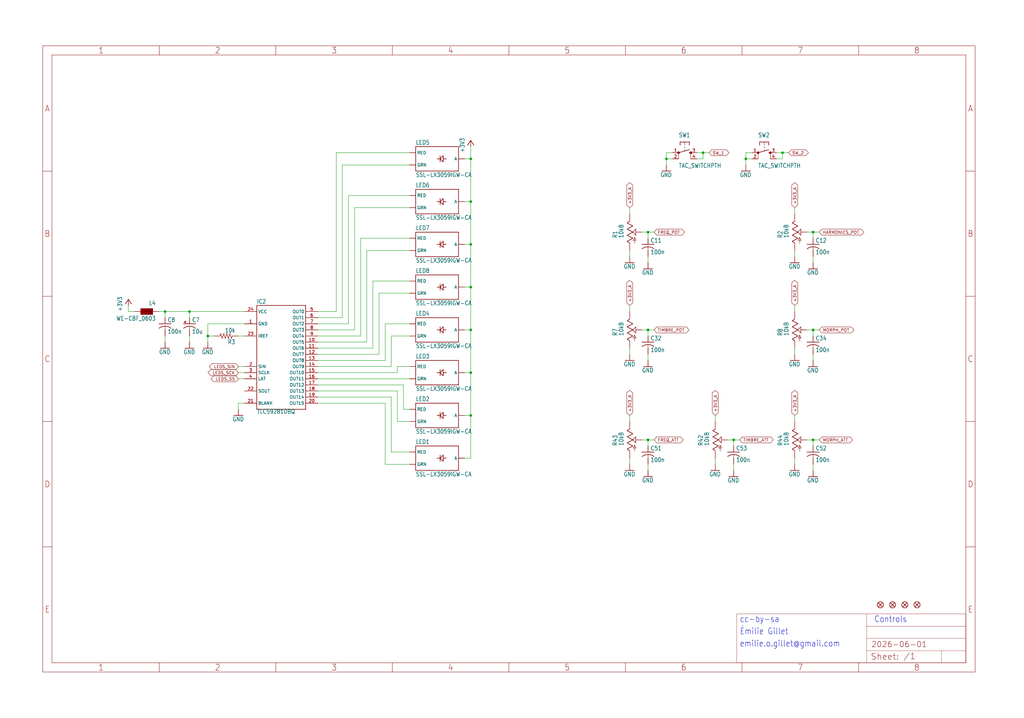
<source format=kicad_sch>
(kicad_sch
	(version 20231120)
	(generator "eeschema")
	(generator_version "8.0")
	(uuid "0bdcc04e-f86d-43c8-afc6-2e21e5a36322")
	(paper "User" 425.45 298.602)
	(lib_symbols
		(symbol "plaits4U-eagle-import:+3V3"
			(power)
			(exclude_from_sim no)
			(in_bom yes)
			(on_board yes)
			(property "Reference" "#+3V3"
				(at 0 0 0)
				(effects
					(font
						(size 1.27 1.27)
					)
					(hide yes)
				)
			)
			(property "Value" ""
				(at -2.54 -5.08 90)
				(effects
					(font
						(size 1.778 1.5113)
					)
					(justify left bottom)
				)
			)
			(property "Footprint" ""
				(at 0 0 0)
				(effects
					(font
						(size 1.27 1.27)
					)
					(hide yes)
				)
			)
			(property "Datasheet" ""
				(at 0 0 0)
				(effects
					(font
						(size 1.27 1.27)
					)
					(hide yes)
				)
			)
			(property "Description" "SUPPLY SYMBOL"
				(at 0 0 0)
				(effects
					(font
						(size 1.27 1.27)
					)
					(hide yes)
				)
			)
			(property "ki_locked" ""
				(at 0 0 0)
				(effects
					(font
						(size 1.27 1.27)
					)
				)
			)
			(symbol "+3V3_1_0"
				(polyline
					(pts
						(xy 0 0) (xy -1.27 -1.905)
					)
					(stroke
						(width 0.254)
						(type solid)
					)
					(fill
						(type none)
					)
				)
				(polyline
					(pts
						(xy 1.27 -1.905) (xy 0 0)
					)
					(stroke
						(width 0.254)
						(type solid)
					)
					(fill
						(type none)
					)
				)
				(pin power_in line
					(at 0 -2.54 90)
					(length 2.54)
					(name "+3V3"
						(effects
							(font
								(size 0 0)
							)
						)
					)
					(number "1"
						(effects
							(font
								(size 0 0)
							)
						)
					)
				)
			)
		)
		(symbol "plaits4U-eagle-import:A3L-LOC"
			(exclude_from_sim no)
			(in_bom yes)
			(on_board yes)
			(property "Reference" "#FRAME"
				(at 0 0 0)
				(effects
					(font
						(size 1.27 1.27)
					)
					(hide yes)
				)
			)
			(property "Value" ""
				(at 0 0 0)
				(effects
					(font
						(size 1.27 1.27)
					)
					(hide yes)
				)
			)
			(property "Footprint" ""
				(at 0 0 0)
				(effects
					(font
						(size 1.27 1.27)
					)
					(hide yes)
				)
			)
			(property "Datasheet" ""
				(at 0 0 0)
				(effects
					(font
						(size 1.27 1.27)
					)
					(hide yes)
				)
			)
			(property "Description" "FRAME\n\nDIN A3, landscape with location and doc. field"
				(at 0 0 0)
				(effects
					(font
						(size 1.27 1.27)
					)
					(hide yes)
				)
			)
			(property "ki_locked" ""
				(at 0 0 0)
				(effects
					(font
						(size 1.27 1.27)
					)
				)
			)
			(symbol "A3L-LOC_1_0"
				(polyline
					(pts
						(xy 0 52.07) (xy 3.81 52.07)
					)
					(stroke
						(width 0)
						(type default)
					)
					(fill
						(type none)
					)
				)
				(polyline
					(pts
						(xy 0 104.14) (xy 3.81 104.14)
					)
					(stroke
						(width 0)
						(type default)
					)
					(fill
						(type none)
					)
				)
				(polyline
					(pts
						(xy 0 156.21) (xy 3.81 156.21)
					)
					(stroke
						(width 0)
						(type default)
					)
					(fill
						(type none)
					)
				)
				(polyline
					(pts
						(xy 0 208.28) (xy 3.81 208.28)
					)
					(stroke
						(width 0)
						(type default)
					)
					(fill
						(type none)
					)
				)
				(polyline
					(pts
						(xy 3.81 3.81) (xy 3.81 256.54)
					)
					(stroke
						(width 0)
						(type default)
					)
					(fill
						(type none)
					)
				)
				(polyline
					(pts
						(xy 48.4188 0) (xy 48.4188 3.81)
					)
					(stroke
						(width 0)
						(type default)
					)
					(fill
						(type none)
					)
				)
				(polyline
					(pts
						(xy 48.4188 256.54) (xy 48.4188 260.35)
					)
					(stroke
						(width 0)
						(type default)
					)
					(fill
						(type none)
					)
				)
				(polyline
					(pts
						(xy 96.8375 0) (xy 96.8375 3.81)
					)
					(stroke
						(width 0)
						(type default)
					)
					(fill
						(type none)
					)
				)
				(polyline
					(pts
						(xy 96.8375 256.54) (xy 96.8375 260.35)
					)
					(stroke
						(width 0)
						(type default)
					)
					(fill
						(type none)
					)
				)
				(polyline
					(pts
						(xy 145.2563 0) (xy 145.2563 3.81)
					)
					(stroke
						(width 0)
						(type default)
					)
					(fill
						(type none)
					)
				)
				(polyline
					(pts
						(xy 145.2563 256.54) (xy 145.2563 260.35)
					)
					(stroke
						(width 0)
						(type default)
					)
					(fill
						(type none)
					)
				)
				(polyline
					(pts
						(xy 193.675 0) (xy 193.675 3.81)
					)
					(stroke
						(width 0)
						(type default)
					)
					(fill
						(type none)
					)
				)
				(polyline
					(pts
						(xy 193.675 256.54) (xy 193.675 260.35)
					)
					(stroke
						(width 0)
						(type default)
					)
					(fill
						(type none)
					)
				)
				(polyline
					(pts
						(xy 242.0938 0) (xy 242.0938 3.81)
					)
					(stroke
						(width 0)
						(type default)
					)
					(fill
						(type none)
					)
				)
				(polyline
					(pts
						(xy 242.0938 256.54) (xy 242.0938 260.35)
					)
					(stroke
						(width 0)
						(type default)
					)
					(fill
						(type none)
					)
				)
				(polyline
					(pts
						(xy 288.29 3.81) (xy 288.29 24.13)
					)
					(stroke
						(width 0.1016)
						(type solid)
					)
					(fill
						(type none)
					)
				)
				(polyline
					(pts
						(xy 288.29 3.81) (xy 342.265 3.81)
					)
					(stroke
						(width 0.1016)
						(type solid)
					)
					(fill
						(type none)
					)
				)
				(polyline
					(pts
						(xy 288.29 24.13) (xy 342.265 24.13)
					)
					(stroke
						(width 0.1016)
						(type solid)
					)
					(fill
						(type none)
					)
				)
				(polyline
					(pts
						(xy 290.5125 0) (xy 290.5125 3.81)
					)
					(stroke
						(width 0)
						(type default)
					)
					(fill
						(type none)
					)
				)
				(polyline
					(pts
						(xy 290.5125 256.54) (xy 290.5125 260.35)
					)
					(stroke
						(width 0)
						(type default)
					)
					(fill
						(type none)
					)
				)
				(polyline
					(pts
						(xy 338.9313 0) (xy 338.9313 3.81)
					)
					(stroke
						(width 0)
						(type default)
					)
					(fill
						(type none)
					)
				)
				(polyline
					(pts
						(xy 338.9313 256.54) (xy 338.9313 260.35)
					)
					(stroke
						(width 0)
						(type default)
					)
					(fill
						(type none)
					)
				)
				(polyline
					(pts
						(xy 342.265 3.81) (xy 373.38 3.81)
					)
					(stroke
						(width 0.1016)
						(type solid)
					)
					(fill
						(type none)
					)
				)
				(polyline
					(pts
						(xy 342.265 8.89) (xy 342.265 3.81)
					)
					(stroke
						(width 0.1016)
						(type solid)
					)
					(fill
						(type none)
					)
				)
				(polyline
					(pts
						(xy 342.265 8.89) (xy 342.265 13.97)
					)
					(stroke
						(width 0.1016)
						(type solid)
					)
					(fill
						(type none)
					)
				)
				(polyline
					(pts
						(xy 342.265 13.97) (xy 342.265 19.05)
					)
					(stroke
						(width 0.1016)
						(type solid)
					)
					(fill
						(type none)
					)
				)
				(polyline
					(pts
						(xy 342.265 13.97) (xy 383.54 13.97)
					)
					(stroke
						(width 0.1016)
						(type solid)
					)
					(fill
						(type none)
					)
				)
				(polyline
					(pts
						(xy 342.265 19.05) (xy 342.265 24.13)
					)
					(stroke
						(width 0.1016)
						(type solid)
					)
					(fill
						(type none)
					)
				)
				(polyline
					(pts
						(xy 342.265 19.05) (xy 383.54 19.05)
					)
					(stroke
						(width 0.1016)
						(type solid)
					)
					(fill
						(type none)
					)
				)
				(polyline
					(pts
						(xy 342.265 24.13) (xy 383.54 24.13)
					)
					(stroke
						(width 0.1016)
						(type solid)
					)
					(fill
						(type none)
					)
				)
				(polyline
					(pts
						(xy 373.38 3.81) (xy 373.38 8.89)
					)
					(stroke
						(width 0.1016)
						(type solid)
					)
					(fill
						(type none)
					)
				)
				(polyline
					(pts
						(xy 373.38 3.81) (xy 383.54 3.81)
					)
					(stroke
						(width 0.1016)
						(type solid)
					)
					(fill
						(type none)
					)
				)
				(polyline
					(pts
						(xy 373.38 8.89) (xy 342.265 8.89)
					)
					(stroke
						(width 0.1016)
						(type solid)
					)
					(fill
						(type none)
					)
				)
				(polyline
					(pts
						(xy 373.38 8.89) (xy 383.54 8.89)
					)
					(stroke
						(width 0.1016)
						(type solid)
					)
					(fill
						(type none)
					)
				)
				(polyline
					(pts
						(xy 383.54 3.81) (xy 3.81 3.81)
					)
					(stroke
						(width 0)
						(type default)
					)
					(fill
						(type none)
					)
				)
				(polyline
					(pts
						(xy 383.54 3.81) (xy 383.54 8.89)
					)
					(stroke
						(width 0.1016)
						(type solid)
					)
					(fill
						(type none)
					)
				)
				(polyline
					(pts
						(xy 383.54 3.81) (xy 383.54 256.54)
					)
					(stroke
						(width 0)
						(type default)
					)
					(fill
						(type none)
					)
				)
				(polyline
					(pts
						(xy 383.54 8.89) (xy 383.54 13.97)
					)
					(stroke
						(width 0.1016)
						(type solid)
					)
					(fill
						(type none)
					)
				)
				(polyline
					(pts
						(xy 383.54 13.97) (xy 383.54 19.05)
					)
					(stroke
						(width 0.1016)
						(type solid)
					)
					(fill
						(type none)
					)
				)
				(polyline
					(pts
						(xy 383.54 19.05) (xy 383.54 24.13)
					)
					(stroke
						(width 0.1016)
						(type solid)
					)
					(fill
						(type none)
					)
				)
				(polyline
					(pts
						(xy 383.54 52.07) (xy 387.35 52.07)
					)
					(stroke
						(width 0)
						(type default)
					)
					(fill
						(type none)
					)
				)
				(polyline
					(pts
						(xy 383.54 104.14) (xy 387.35 104.14)
					)
					(stroke
						(width 0)
						(type default)
					)
					(fill
						(type none)
					)
				)
				(polyline
					(pts
						(xy 383.54 156.21) (xy 387.35 156.21)
					)
					(stroke
						(width 0)
						(type default)
					)
					(fill
						(type none)
					)
				)
				(polyline
					(pts
						(xy 383.54 208.28) (xy 387.35 208.28)
					)
					(stroke
						(width 0)
						(type default)
					)
					(fill
						(type none)
					)
				)
				(polyline
					(pts
						(xy 383.54 256.54) (xy 3.81 256.54)
					)
					(stroke
						(width 0)
						(type default)
					)
					(fill
						(type none)
					)
				)
				(polyline
					(pts
						(xy 0 0) (xy 387.35 0) (xy 387.35 260.35) (xy 0 260.35) (xy 0 0)
					)
					(stroke
						(width 0)
						(type default)
					)
					(fill
						(type none)
					)
				)
				(text "${#}/${##}"
					(at 357.505 5.08 0)
					(effects
						(font
							(size 2.54 2.54)
						)
						(justify left bottom)
					)
				)
				(text "${CURRENT_DATE}"
					(at 344.17 10.16 0)
					(effects
						(font
							(size 2.286 2.286)
						)
						(justify left bottom)
					)
				)
				(text "${PROJECTNAME}"
					(at 344.17 15.24 0)
					(effects
						(font
							(size 2.54 2.54)
						)
						(justify left bottom)
					)
				)
				(text "1"
					(at 24.2094 1.905 0)
					(effects
						(font
							(size 2.54 2.286)
						)
					)
				)
				(text "1"
					(at 24.2094 258.445 0)
					(effects
						(font
							(size 2.54 2.286)
						)
					)
				)
				(text "2"
					(at 72.6281 1.905 0)
					(effects
						(font
							(size 2.54 2.286)
						)
					)
				)
				(text "2"
					(at 72.6281 258.445 0)
					(effects
						(font
							(size 2.54 2.286)
						)
					)
				)
				(text "3"
					(at 121.0469 1.905 0)
					(effects
						(font
							(size 2.54 2.286)
						)
					)
				)
				(text "3"
					(at 121.0469 258.445 0)
					(effects
						(font
							(size 2.54 2.286)
						)
					)
				)
				(text "4"
					(at 169.4656 1.905 0)
					(effects
						(font
							(size 2.54 2.286)
						)
					)
				)
				(text "4"
					(at 169.4656 258.445 0)
					(effects
						(font
							(size 2.54 2.286)
						)
					)
				)
				(text "5"
					(at 217.8844 1.905 0)
					(effects
						(font
							(size 2.54 2.286)
						)
					)
				)
				(text "5"
					(at 217.8844 258.445 0)
					(effects
						(font
							(size 2.54 2.286)
						)
					)
				)
				(text "6"
					(at 266.3031 1.905 0)
					(effects
						(font
							(size 2.54 2.286)
						)
					)
				)
				(text "6"
					(at 266.3031 258.445 0)
					(effects
						(font
							(size 2.54 2.286)
						)
					)
				)
				(text "7"
					(at 314.7219 1.905 0)
					(effects
						(font
							(size 2.54 2.286)
						)
					)
				)
				(text "7"
					(at 314.7219 258.445 0)
					(effects
						(font
							(size 2.54 2.286)
						)
					)
				)
				(text "8"
					(at 363.1406 1.905 0)
					(effects
						(font
							(size 2.54 2.286)
						)
					)
				)
				(text "8"
					(at 363.1406 258.445 0)
					(effects
						(font
							(size 2.54 2.286)
						)
					)
				)
				(text "A"
					(at 1.905 234.315 0)
					(effects
						(font
							(size 2.54 2.286)
						)
					)
				)
				(text "A"
					(at 385.445 234.315 0)
					(effects
						(font
							(size 2.54 2.286)
						)
					)
				)
				(text "B"
					(at 1.905 182.245 0)
					(effects
						(font
							(size 2.54 2.286)
						)
					)
				)
				(text "B"
					(at 385.445 182.245 0)
					(effects
						(font
							(size 2.54 2.286)
						)
					)
				)
				(text "C"
					(at 1.905 130.175 0)
					(effects
						(font
							(size 2.54 2.286)
						)
					)
				)
				(text "C"
					(at 385.445 130.175 0)
					(effects
						(font
							(size 2.54 2.286)
						)
					)
				)
				(text "D"
					(at 1.905 78.105 0)
					(effects
						(font
							(size 2.54 2.286)
						)
					)
				)
				(text "D"
					(at 385.445 78.105 0)
					(effects
						(font
							(size 2.54 2.286)
						)
					)
				)
				(text "E"
					(at 1.905 26.035 0)
					(effects
						(font
							(size 2.54 2.286)
						)
					)
				)
				(text "E"
					(at 385.445 26.035 0)
					(effects
						(font
							(size 2.54 2.286)
						)
					)
				)
				(text "Sheet:"
					(at 343.916 4.953 0)
					(effects
						(font
							(size 2.54 2.54)
						)
						(justify left bottom)
					)
				)
			)
		)
		(symbol "plaits4U-eagle-import:C-USC0402"
			(exclude_from_sim no)
			(in_bom yes)
			(on_board yes)
			(property "Reference" "C"
				(at 1.016 0.635 0)
				(effects
					(font
						(size 1.778 1.5113)
					)
					(justify left bottom)
				)
			)
			(property "Value" ""
				(at 1.016 -4.191 0)
				(effects
					(font
						(size 1.778 1.5113)
					)
					(justify left bottom)
				)
			)
			(property "Footprint" "plaits4U:C0402"
				(at 0 0 0)
				(effects
					(font
						(size 1.27 1.27)
					)
					(hide yes)
				)
			)
			(property "Datasheet" ""
				(at 0 0 0)
				(effects
					(font
						(size 1.27 1.27)
					)
					(hide yes)
				)
			)
			(property "Description" "CAPACITOR, American symbol"
				(at 0 0 0)
				(effects
					(font
						(size 1.27 1.27)
					)
					(hide yes)
				)
			)
			(property "ki_locked" ""
				(at 0 0 0)
				(effects
					(font
						(size 1.27 1.27)
					)
				)
			)
			(symbol "C-USC0402_1_0"
				(arc
					(start 0 -1.0161)
					(mid -1.302 -1.2303)
					(end -2.4668 -1.8504)
					(stroke
						(width 0.254)
						(type solid)
					)
					(fill
						(type none)
					)
				)
				(polyline
					(pts
						(xy -2.54 0) (xy 2.54 0)
					)
					(stroke
						(width 0.254)
						(type solid)
					)
					(fill
						(type none)
					)
				)
				(polyline
					(pts
						(xy 0 -1.016) (xy 0 -2.54)
					)
					(stroke
						(width 0.1524)
						(type solid)
					)
					(fill
						(type none)
					)
				)
				(arc
					(start 2.4892 -1.8541)
					(mid 1.3158 -1.2194)
					(end 0 -1)
					(stroke
						(width 0.254)
						(type solid)
					)
					(fill
						(type none)
					)
				)
				(pin passive line
					(at 0 2.54 270)
					(length 2.54)
					(name "1"
						(effects
							(font
								(size 0 0)
							)
						)
					)
					(number "1"
						(effects
							(font
								(size 0 0)
							)
						)
					)
				)
				(pin passive line
					(at 0 -5.08 90)
					(length 2.54)
					(name "2"
						(effects
							(font
								(size 0 0)
							)
						)
					)
					(number "2"
						(effects
							(font
								(size 0 0)
							)
						)
					)
				)
			)
		)
		(symbol "plaits4U-eagle-import:CPOL-USA"
			(exclude_from_sim no)
			(in_bom yes)
			(on_board yes)
			(property "Reference" "C"
				(at 1.016 0.635 0)
				(effects
					(font
						(size 1.778 1.5113)
					)
					(justify left bottom)
				)
			)
			(property "Value" ""
				(at 1.016 -4.191 0)
				(effects
					(font
						(size 1.778 1.5113)
					)
					(justify left bottom)
				)
			)
			(property "Footprint" "plaits4U:PANASONIC_A"
				(at 0 0 0)
				(effects
					(font
						(size 1.27 1.27)
					)
					(hide yes)
				)
			)
			(property "Datasheet" ""
				(at 0 0 0)
				(effects
					(font
						(size 1.27 1.27)
					)
					(hide yes)
				)
			)
			(property "Description" "POLARIZED CAPACITOR, American symbol"
				(at 0 0 0)
				(effects
					(font
						(size 1.27 1.27)
					)
					(hide yes)
				)
			)
			(property "ki_locked" ""
				(at 0 0 0)
				(effects
					(font
						(size 1.27 1.27)
					)
				)
			)
			(symbol "CPOL-USA_1_0"
				(rectangle
					(start -2.253 0.668)
					(end -1.364 0.795)
					(stroke
						(width 0)
						(type default)
					)
					(fill
						(type outline)
					)
				)
				(rectangle
					(start -1.872 0.287)
					(end -1.745 1.176)
					(stroke
						(width 0)
						(type default)
					)
					(fill
						(type outline)
					)
				)
				(arc
					(start 0 -1.0161)
					(mid -1.3021 -1.2303)
					(end -2.4669 -1.8504)
					(stroke
						(width 0.254)
						(type solid)
					)
					(fill
						(type none)
					)
				)
				(polyline
					(pts
						(xy -2.54 0) (xy 2.54 0)
					)
					(stroke
						(width 0.254)
						(type solid)
					)
					(fill
						(type none)
					)
				)
				(polyline
					(pts
						(xy 0 -1.016) (xy 0 -2.54)
					)
					(stroke
						(width 0.1524)
						(type solid)
					)
					(fill
						(type none)
					)
				)
				(arc
					(start 2.4892 -1.8541)
					(mid 1.3158 -1.2194)
					(end 0 -1)
					(stroke
						(width 0.254)
						(type solid)
					)
					(fill
						(type none)
					)
				)
				(pin passive line
					(at 0 2.54 270)
					(length 2.54)
					(name "+"
						(effects
							(font
								(size 0 0)
							)
						)
					)
					(number "+"
						(effects
							(font
								(size 0 0)
							)
						)
					)
				)
				(pin passive line
					(at 0 -5.08 90)
					(length 2.54)
					(name "-"
						(effects
							(font
								(size 0 0)
							)
						)
					)
					(number "-"
						(effects
							(font
								(size 0 0)
							)
						)
					)
				)
			)
		)
		(symbol "plaits4U-eagle-import:FIDUCIAL1X2"
			(exclude_from_sim no)
			(in_bom yes)
			(on_board yes)
			(property "Reference" "JP"
				(at 0 0 0)
				(effects
					(font
						(size 1.27 1.27)
					)
					(hide yes)
				)
			)
			(property "Value" ""
				(at 0 0 0)
				(effects
					(font
						(size 1.27 1.27)
					)
					(hide yes)
				)
			)
			(property "Footprint" "plaits4U:FIDUCIAL-1X2"
				(at 0 0 0)
				(effects
					(font
						(size 1.27 1.27)
					)
					(hide yes)
				)
			)
			(property "Datasheet" ""
				(at 0 0 0)
				(effects
					(font
						(size 1.27 1.27)
					)
					(hide yes)
				)
			)
			(property "Description" "Fiducial Alignment Points Various fiducial points for machine vision alignment."
				(at 0 0 0)
				(effects
					(font
						(size 1.27 1.27)
					)
					(hide yes)
				)
			)
			(property "ki_locked" ""
				(at 0 0 0)
				(effects
					(font
						(size 1.27 1.27)
					)
				)
			)
			(symbol "FIDUCIAL1X2_1_0"
				(polyline
					(pts
						(xy -0.762 0.762) (xy 0.762 -0.762)
					)
					(stroke
						(width 0.254)
						(type solid)
					)
					(fill
						(type none)
					)
				)
				(polyline
					(pts
						(xy 0.762 0.762) (xy -0.762 -0.762)
					)
					(stroke
						(width 0.254)
						(type solid)
					)
					(fill
						(type none)
					)
				)
				(circle
					(center 0 0)
					(radius 1.27)
					(stroke
						(width 0.254)
						(type solid)
					)
					(fill
						(type none)
					)
				)
			)
		)
		(symbol "plaits4U-eagle-import:GND"
			(power)
			(exclude_from_sim no)
			(in_bom yes)
			(on_board yes)
			(property "Reference" "#GND"
				(at 0 0 0)
				(effects
					(font
						(size 1.27 1.27)
					)
					(hide yes)
				)
			)
			(property "Value" ""
				(at -2.54 -2.54 0)
				(effects
					(font
						(size 1.778 1.5113)
					)
					(justify left bottom)
				)
			)
			(property "Footprint" ""
				(at 0 0 0)
				(effects
					(font
						(size 1.27 1.27)
					)
					(hide yes)
				)
			)
			(property "Datasheet" ""
				(at 0 0 0)
				(effects
					(font
						(size 1.27 1.27)
					)
					(hide yes)
				)
			)
			(property "Description" "SUPPLY SYMBOL"
				(at 0 0 0)
				(effects
					(font
						(size 1.27 1.27)
					)
					(hide yes)
				)
			)
			(property "ki_locked" ""
				(at 0 0 0)
				(effects
					(font
						(size 1.27 1.27)
					)
				)
			)
			(symbol "GND_1_0"
				(polyline
					(pts
						(xy -1.905 0) (xy 1.905 0)
					)
					(stroke
						(width 0.254)
						(type solid)
					)
					(fill
						(type none)
					)
				)
				(pin power_in line
					(at 0 2.54 270)
					(length 2.54)
					(name "GND"
						(effects
							(font
								(size 0 0)
							)
						)
					)
					(number "1"
						(effects
							(font
								(size 0 0)
							)
						)
					)
				)
			)
		)
		(symbol "plaits4U-eagle-import:LED-BICOLOR-THROUGHHOLE-CA"
			(exclude_from_sim no)
			(in_bom yes)
			(on_board yes)
			(property "Reference" "LED"
				(at -10.16 5.842 0)
				(effects
					(font
						(size 1.778 1.5113)
					)
					(justify left bottom)
				)
			)
			(property "Value" ""
				(at -10.16 -7.62 0)
				(effects
					(font
						(size 1.778 1.5113)
					)
					(justify left bottom)
				)
			)
			(property "Footprint" "plaits4U:LED-BICOLOR-THROUGHHOLE-LUMEX"
				(at 0 0 0)
				(effects
					(font
						(size 1.27 1.27)
					)
					(hide yes)
				)
			)
			(property "Datasheet" ""
				(at 0 0 0)
				(effects
					(font
						(size 1.27 1.27)
					)
					(hide yes)
				)
			)
			(property "Description" ""
				(at 0 0 0)
				(effects
					(font
						(size 1.27 1.27)
					)
					(hide yes)
				)
			)
			(property "ki_locked" ""
				(at 0 0 0)
				(effects
					(font
						(size 1.27 1.27)
					)
				)
			)
			(symbol "LED-BICOLOR-THROUGHHOLE-CA_1_0"
				(polyline
					(pts
						(xy -10.16 -5.08) (xy -10.16 5.08)
					)
					(stroke
						(width 0.254)
						(type solid)
					)
					(fill
						(type none)
					)
				)
				(polyline
					(pts
						(xy -10.16 5.08) (xy 7.62 5.08)
					)
					(stroke
						(width 0.254)
						(type solid)
					)
					(fill
						(type none)
					)
				)
				(polyline
					(pts
						(xy 0 -1.27) (xy 0 0)
					)
					(stroke
						(width 0.254)
						(type solid)
					)
					(fill
						(type none)
					)
				)
				(polyline
					(pts
						(xy 0 0) (xy -1.27 0)
					)
					(stroke
						(width 0.254)
						(type solid)
					)
					(fill
						(type none)
					)
				)
				(polyline
					(pts
						(xy 0 0) (xy 0 1.27)
					)
					(stroke
						(width 0.254)
						(type solid)
					)
					(fill
						(type none)
					)
				)
				(polyline
					(pts
						(xy 0 0) (xy 1.27 -1.27)
					)
					(stroke
						(width 0.254)
						(type solid)
					)
					(fill
						(type none)
					)
				)
				(polyline
					(pts
						(xy 1.27 -1.27) (xy 1.27 0)
					)
					(stroke
						(width 0.254)
						(type solid)
					)
					(fill
						(type none)
					)
				)
				(polyline
					(pts
						(xy 1.27 0) (xy 1.27 1.27)
					)
					(stroke
						(width 0.254)
						(type solid)
					)
					(fill
						(type none)
					)
				)
				(polyline
					(pts
						(xy 1.27 0) (xy 2.54 0)
					)
					(stroke
						(width 0.254)
						(type solid)
					)
					(fill
						(type none)
					)
				)
				(polyline
					(pts
						(xy 1.27 1.27) (xy 0 0)
					)
					(stroke
						(width 0.254)
						(type solid)
					)
					(fill
						(type none)
					)
				)
				(polyline
					(pts
						(xy 7.62 -5.08) (xy -10.16 -5.08)
					)
					(stroke
						(width 0.254)
						(type solid)
					)
					(fill
						(type none)
					)
				)
				(polyline
					(pts
						(xy 7.62 5.08) (xy 7.62 -5.08)
					)
					(stroke
						(width 0.254)
						(type solid)
					)
					(fill
						(type none)
					)
				)
				(pin bidirectional line
					(at 10.16 0 180)
					(length 2.54)
					(name "A"
						(effects
							(font
								(size 1.27 1.27)
							)
						)
					)
					(number "A"
						(effects
							(font
								(size 0 0)
							)
						)
					)
				)
				(pin bidirectional line
					(at -12.7 -2.54 0)
					(length 2.54)
					(name "GRN"
						(effects
							(font
								(size 1.27 1.27)
							)
						)
					)
					(number "GREEN_C"
						(effects
							(font
								(size 0 0)
							)
						)
					)
				)
				(pin bidirectional line
					(at -12.7 2.54 0)
					(length 2.54)
					(name "RED"
						(effects
							(font
								(size 1.27 1.27)
							)
						)
					)
					(number "RED_C"
						(effects
							(font
								(size 0 0)
							)
						)
					)
				)
			)
		)
		(symbol "plaits4U-eagle-import:POT_USVERTICAL"
			(exclude_from_sim no)
			(in_bom yes)
			(on_board yes)
			(property "Reference" "R"
				(at -5.08 -2.54 90)
				(effects
					(font
						(size 1.778 1.5113)
					)
					(justify left bottom)
				)
			)
			(property "Value" ""
				(at -2.54 -2.54 90)
				(effects
					(font
						(size 1.778 1.5113)
					)
					(justify left bottom)
				)
			)
			(property "Footprint" "plaits4U:ALPS_POT_VERTICAL"
				(at 0 0 0)
				(effects
					(font
						(size 1.27 1.27)
					)
					(hide yes)
				)
			)
			(property "Datasheet" ""
				(at 0 0 0)
				(effects
					(font
						(size 1.27 1.27)
					)
					(hide yes)
				)
			)
			(property "Description" ""
				(at 0 0 0)
				(effects
					(font
						(size 1.27 1.27)
					)
					(hide yes)
				)
			)
			(property "ki_locked" ""
				(at 0 0 0)
				(effects
					(font
						(size 1.27 1.27)
					)
				)
			)
			(symbol "POT_USVERTICAL_1_0"
				(polyline
					(pts
						(xy -1.016 -3.81) (xy 1.27 -2.54)
					)
					(stroke
						(width 0.254)
						(type solid)
					)
					(fill
						(type none)
					)
				)
				(polyline
					(pts
						(xy -1.016 -1.27) (xy 1.27 0)
					)
					(stroke
						(width 0.254)
						(type solid)
					)
					(fill
						(type none)
					)
				)
				(polyline
					(pts
						(xy -1.016 1.27) (xy 1.27 2.54)
					)
					(stroke
						(width 0.254)
						(type solid)
					)
					(fill
						(type none)
					)
				)
				(polyline
					(pts
						(xy -1.016 3.81) (xy 0 4.572)
					)
					(stroke
						(width 0.254)
						(type solid)
					)
					(fill
						(type none)
					)
				)
				(polyline
					(pts
						(xy 0 -5.08) (xy 0 -4.572)
					)
					(stroke
						(width 0.1524)
						(type solid)
					)
					(fill
						(type none)
					)
				)
				(polyline
					(pts
						(xy 0 -4.572) (xy -1.016 -3.81)
					)
					(stroke
						(width 0.254)
						(type solid)
					)
					(fill
						(type none)
					)
				)
				(polyline
					(pts
						(xy 0 4.572) (xy 0 5.08)
					)
					(stroke
						(width 0.1524)
						(type solid)
					)
					(fill
						(type none)
					)
				)
				(polyline
					(pts
						(xy 1.27 -2.54) (xy -1.016 -1.27)
					)
					(stroke
						(width 0.254)
						(type solid)
					)
					(fill
						(type none)
					)
				)
				(polyline
					(pts
						(xy 1.27 0) (xy -1.016 1.27)
					)
					(stroke
						(width 0.254)
						(type solid)
					)
					(fill
						(type none)
					)
				)
				(polyline
					(pts
						(xy 1.27 0) (xy 2.54 1.27)
					)
					(stroke
						(width 0.2032)
						(type solid)
					)
					(fill
						(type none)
					)
				)
				(polyline
					(pts
						(xy 1.27 2.54) (xy -1.016 3.81)
					)
					(stroke
						(width 0.254)
						(type solid)
					)
					(fill
						(type none)
					)
				)
				(polyline
					(pts
						(xy 1.397 -3.429) (xy 2.032 -2.159)
					)
					(stroke
						(width 0.1524)
						(type solid)
					)
					(fill
						(type none)
					)
				)
				(polyline
					(pts
						(xy 2.032 -4.699) (xy 2.032 -2.159)
					)
					(stroke
						(width 0.1524)
						(type solid)
					)
					(fill
						(type none)
					)
				)
				(polyline
					(pts
						(xy 2.032 -2.159) (xy 2.667 -3.429)
					)
					(stroke
						(width 0.1524)
						(type solid)
					)
					(fill
						(type none)
					)
				)
				(polyline
					(pts
						(xy 2.54 -1.27) (xy 1.27 0)
					)
					(stroke
						(width 0.2032)
						(type solid)
					)
					(fill
						(type none)
					)
				)
				(polyline
					(pts
						(xy 2.54 1.27) (xy 2.54 -1.27)
					)
					(stroke
						(width 0.2032)
						(type solid)
					)
					(fill
						(type none)
					)
				)
				(polyline
					(pts
						(xy 2.667 -3.429) (xy 1.397 -3.429)
					)
					(stroke
						(width 0.1524)
						(type solid)
					)
					(fill
						(type none)
					)
				)
				(pin passive line
					(at 0 7.62 270)
					(length 2.54)
					(name "E"
						(effects
							(font
								(size 0 0)
							)
						)
					)
					(number "P$1"
						(effects
							(font
								(size 0 0)
							)
						)
					)
				)
				(pin passive line
					(at 5.08 0 180)
					(length 2.54)
					(name "S"
						(effects
							(font
								(size 0 0)
							)
						)
					)
					(number "P$2"
						(effects
							(font
								(size 0 0)
							)
						)
					)
				)
				(pin passive line
					(at 0 -7.62 90)
					(length 2.54)
					(name "A"
						(effects
							(font
								(size 0 0)
							)
						)
					)
					(number "P$3"
						(effects
							(font
								(size 0 0)
							)
						)
					)
				)
			)
		)
		(symbol "plaits4U-eagle-import:POT_USVERTICAL_PS"
			(exclude_from_sim no)
			(in_bom yes)
			(on_board yes)
			(property "Reference" "R"
				(at -5.08 -2.54 90)
				(effects
					(font
						(size 1.778 1.5113)
					)
					(justify left bottom)
				)
			)
			(property "Value" ""
				(at -2.54 -2.54 90)
				(effects
					(font
						(size 1.778 1.5113)
					)
					(justify left bottom)
				)
			)
			(property "Footprint" "plaits4U:ALPS_POT_VERTICAL_PS"
				(at 0 0 0)
				(effects
					(font
						(size 1.27 1.27)
					)
					(hide yes)
				)
			)
			(property "Datasheet" ""
				(at 0 0 0)
				(effects
					(font
						(size 1.27 1.27)
					)
					(hide yes)
				)
			)
			(property "Description" ""
				(at 0 0 0)
				(effects
					(font
						(size 1.27 1.27)
					)
					(hide yes)
				)
			)
			(property "ki_locked" ""
				(at 0 0 0)
				(effects
					(font
						(size 1.27 1.27)
					)
				)
			)
			(symbol "POT_USVERTICAL_PS_1_0"
				(polyline
					(pts
						(xy -1.016 -3.81) (xy 1.27 -2.54)
					)
					(stroke
						(width 0.254)
						(type solid)
					)
					(fill
						(type none)
					)
				)
				(polyline
					(pts
						(xy -1.016 -1.27) (xy 1.27 0)
					)
					(stroke
						(width 0.254)
						(type solid)
					)
					(fill
						(type none)
					)
				)
				(polyline
					(pts
						(xy -1.016 1.27) (xy 1.27 2.54)
					)
					(stroke
						(width 0.254)
						(type solid)
					)
					(fill
						(type none)
					)
				)
				(polyline
					(pts
						(xy -1.016 3.81) (xy 0 4.572)
					)
					(stroke
						(width 0.254)
						(type solid)
					)
					(fill
						(type none)
					)
				)
				(polyline
					(pts
						(xy 0 -5.08) (xy 0 -4.572)
					)
					(stroke
						(width 0.1524)
						(type solid)
					)
					(fill
						(type none)
					)
				)
				(polyline
					(pts
						(xy 0 -4.572) (xy -1.016 -3.81)
					)
					(stroke
						(width 0.254)
						(type solid)
					)
					(fill
						(type none)
					)
				)
				(polyline
					(pts
						(xy 0 4.572) (xy 0 5.08)
					)
					(stroke
						(width 0.1524)
						(type solid)
					)
					(fill
						(type none)
					)
				)
				(polyline
					(pts
						(xy 1.27 -2.54) (xy -1.016 -1.27)
					)
					(stroke
						(width 0.254)
						(type solid)
					)
					(fill
						(type none)
					)
				)
				(polyline
					(pts
						(xy 1.27 0) (xy -1.016 1.27)
					)
					(stroke
						(width 0.254)
						(type solid)
					)
					(fill
						(type none)
					)
				)
				(polyline
					(pts
						(xy 1.27 0) (xy 2.54 1.27)
					)
					(stroke
						(width 0.2032)
						(type solid)
					)
					(fill
						(type none)
					)
				)
				(polyline
					(pts
						(xy 1.27 2.54) (xy -1.016 3.81)
					)
					(stroke
						(width 0.254)
						(type solid)
					)
					(fill
						(type none)
					)
				)
				(polyline
					(pts
						(xy 1.397 -3.429) (xy 2.032 -2.159)
					)
					(stroke
						(width 0.1524)
						(type solid)
					)
					(fill
						(type none)
					)
				)
				(polyline
					(pts
						(xy 2.032 -4.699) (xy 2.032 -2.159)
					)
					(stroke
						(width 0.1524)
						(type solid)
					)
					(fill
						(type none)
					)
				)
				(polyline
					(pts
						(xy 2.032 -2.159) (xy 2.667 -3.429)
					)
					(stroke
						(width 0.1524)
						(type solid)
					)
					(fill
						(type none)
					)
				)
				(polyline
					(pts
						(xy 2.54 -1.27) (xy 1.27 0)
					)
					(stroke
						(width 0.2032)
						(type solid)
					)
					(fill
						(type none)
					)
				)
				(polyline
					(pts
						(xy 2.54 1.27) (xy 2.54 -1.27)
					)
					(stroke
						(width 0.2032)
						(type solid)
					)
					(fill
						(type none)
					)
				)
				(polyline
					(pts
						(xy 2.667 -3.429) (xy 1.397 -3.429)
					)
					(stroke
						(width 0.1524)
						(type solid)
					)
					(fill
						(type none)
					)
				)
				(pin passive line
					(at 0 7.62 270)
					(length 2.54)
					(name "E"
						(effects
							(font
								(size 0 0)
							)
						)
					)
					(number "P$1"
						(effects
							(font
								(size 0 0)
							)
						)
					)
				)
				(pin passive line
					(at 5.08 0 180)
					(length 2.54)
					(name "S"
						(effects
							(font
								(size 0 0)
							)
						)
					)
					(number "P$2"
						(effects
							(font
								(size 0 0)
							)
						)
					)
				)
				(pin passive line
					(at 0 -7.62 90)
					(length 2.54)
					(name "A"
						(effects
							(font
								(size 0 0)
							)
						)
					)
					(number "P$3"
						(effects
							(font
								(size 0 0)
							)
						)
					)
				)
			)
		)
		(symbol "plaits4U-eagle-import:R-US_R0402"
			(exclude_from_sim no)
			(in_bom yes)
			(on_board yes)
			(property "Reference" "R"
				(at -3.81 1.4986 0)
				(effects
					(font
						(size 1.778 1.5113)
					)
					(justify left bottom)
				)
			)
			(property "Value" ""
				(at -3.81 -3.302 0)
				(effects
					(font
						(size 1.778 1.5113)
					)
					(justify left bottom)
				)
			)
			(property "Footprint" "plaits4U:R0402"
				(at 0 0 0)
				(effects
					(font
						(size 1.27 1.27)
					)
					(hide yes)
				)
			)
			(property "Datasheet" ""
				(at 0 0 0)
				(effects
					(font
						(size 1.27 1.27)
					)
					(hide yes)
				)
			)
			(property "Description" "RESISTOR, American symbol"
				(at 0 0 0)
				(effects
					(font
						(size 1.27 1.27)
					)
					(hide yes)
				)
			)
			(property "ki_locked" ""
				(at 0 0 0)
				(effects
					(font
						(size 1.27 1.27)
					)
				)
			)
			(symbol "R-US_R0402_1_0"
				(polyline
					(pts
						(xy -2.54 0) (xy -2.159 1.016)
					)
					(stroke
						(width 0.2032)
						(type solid)
					)
					(fill
						(type none)
					)
				)
				(polyline
					(pts
						(xy -2.159 1.016) (xy -1.524 -1.016)
					)
					(stroke
						(width 0.2032)
						(type solid)
					)
					(fill
						(type none)
					)
				)
				(polyline
					(pts
						(xy -1.524 -1.016) (xy -0.889 1.016)
					)
					(stroke
						(width 0.2032)
						(type solid)
					)
					(fill
						(type none)
					)
				)
				(polyline
					(pts
						(xy -0.889 1.016) (xy -0.254 -1.016)
					)
					(stroke
						(width 0.2032)
						(type solid)
					)
					(fill
						(type none)
					)
				)
				(polyline
					(pts
						(xy -0.254 -1.016) (xy 0.381 1.016)
					)
					(stroke
						(width 0.2032)
						(type solid)
					)
					(fill
						(type none)
					)
				)
				(polyline
					(pts
						(xy 0.381 1.016) (xy 1.016 -1.016)
					)
					(stroke
						(width 0.2032)
						(type solid)
					)
					(fill
						(type none)
					)
				)
				(polyline
					(pts
						(xy 1.016 -1.016) (xy 1.651 1.016)
					)
					(stroke
						(width 0.2032)
						(type solid)
					)
					(fill
						(type none)
					)
				)
				(polyline
					(pts
						(xy 1.651 1.016) (xy 2.286 -1.016)
					)
					(stroke
						(width 0.2032)
						(type solid)
					)
					(fill
						(type none)
					)
				)
				(polyline
					(pts
						(xy 2.286 -1.016) (xy 2.54 0)
					)
					(stroke
						(width 0.2032)
						(type solid)
					)
					(fill
						(type none)
					)
				)
				(pin passive line
					(at -5.08 0 0)
					(length 2.54)
					(name "1"
						(effects
							(font
								(size 0 0)
							)
						)
					)
					(number "1"
						(effects
							(font
								(size 0 0)
							)
						)
					)
				)
				(pin passive line
					(at 5.08 0 180)
					(length 2.54)
					(name "2"
						(effects
							(font
								(size 0 0)
							)
						)
					)
					(number "2"
						(effects
							(font
								(size 0 0)
							)
						)
					)
				)
			)
		)
		(symbol "plaits4U-eagle-import:TAC_SWITCHPTH"
			(exclude_from_sim no)
			(in_bom yes)
			(on_board yes)
			(property "Reference" "S"
				(at -2.54 6.35 0)
				(effects
					(font
						(size 1.778 1.5113)
					)
					(justify left bottom)
				)
			)
			(property "Value" ""
				(at -2.54 -6.35 0)
				(effects
					(font
						(size 1.778 1.5113)
					)
					(justify left bottom)
				)
			)
			(property "Footprint" "plaits4U:TACTILE-PTH"
				(at 0 0 0)
				(effects
					(font
						(size 1.27 1.27)
					)
					(hide yes)
				)
			)
			(property "Datasheet" ""
				(at 0 0 0)
				(effects
					(font
						(size 1.27 1.27)
					)
					(hide yes)
				)
			)
			(property "Description" "Momentary Switch Button commonly used for reset or general input. Spark Fun Electronics SKU : COM-00097"
				(at 0 0 0)
				(effects
					(font
						(size 1.27 1.27)
					)
					(hide yes)
				)
			)
			(property "ki_locked" ""
				(at 0 0 0)
				(effects
					(font
						(size 1.27 1.27)
					)
				)
			)
			(symbol "TAC_SWITCHPTH_1_0"
				(circle
					(center -2.54 0)
					(radius 0.127)
					(stroke
						(width 0.4064)
						(type solid)
					)
					(fill
						(type none)
					)
				)
				(polyline
					(pts
						(xy -2.54 -2.54) (xy -2.54 0)
					)
					(stroke
						(width 0.1524)
						(type solid)
					)
					(fill
						(type none)
					)
				)
				(polyline
					(pts
						(xy -2.54 0) (xy 1.905 1.27)
					)
					(stroke
						(width 0.254)
						(type solid)
					)
					(fill
						(type none)
					)
				)
				(polyline
					(pts
						(xy -1.905 4.445) (xy -1.905 3.175)
					)
					(stroke
						(width 0.254)
						(type solid)
					)
					(fill
						(type none)
					)
				)
				(polyline
					(pts
						(xy 0 1.27) (xy 0 0.635)
					)
					(stroke
						(width 0.1524)
						(type solid)
					)
					(fill
						(type none)
					)
				)
				(polyline
					(pts
						(xy 0 2.54) (xy 0 1.905)
					)
					(stroke
						(width 0.1524)
						(type solid)
					)
					(fill
						(type none)
					)
				)
				(polyline
					(pts
						(xy 0 4.445) (xy -1.905 4.445)
					)
					(stroke
						(width 0.254)
						(type solid)
					)
					(fill
						(type none)
					)
				)
				(polyline
					(pts
						(xy 0 4.445) (xy 0 3.175)
					)
					(stroke
						(width 0.1524)
						(type solid)
					)
					(fill
						(type none)
					)
				)
				(polyline
					(pts
						(xy 1.905 0) (xy 2.54 0)
					)
					(stroke
						(width 0.254)
						(type solid)
					)
					(fill
						(type none)
					)
				)
				(polyline
					(pts
						(xy 1.905 4.445) (xy 0 4.445)
					)
					(stroke
						(width 0.254)
						(type solid)
					)
					(fill
						(type none)
					)
				)
				(polyline
					(pts
						(xy 1.905 4.445) (xy 1.905 3.175)
					)
					(stroke
						(width 0.254)
						(type solid)
					)
					(fill
						(type none)
					)
				)
				(polyline
					(pts
						(xy 2.54 -2.54) (xy 2.54 0)
					)
					(stroke
						(width 0.1524)
						(type solid)
					)
					(fill
						(type none)
					)
				)
				(circle
					(center 2.54 0)
					(radius 0.127)
					(stroke
						(width 0.4064)
						(type solid)
					)
					(fill
						(type none)
					)
				)
				(pin passive line
					(at -5.08 0 0)
					(length 2.54)
					(name "1"
						(effects
							(font
								(size 0 0)
							)
						)
					)
					(number "1"
						(effects
							(font
								(size 1.27 1.27)
							)
						)
					)
				)
				(pin passive line
					(at -5.08 -2.54 0)
					(length 2.54)
					(name "2"
						(effects
							(font
								(size 0 0)
							)
						)
					)
					(number "2"
						(effects
							(font
								(size 1.27 1.27)
							)
						)
					)
				)
				(pin passive line
					(at 5.08 0 180)
					(length 2.54)
					(name "3"
						(effects
							(font
								(size 0 0)
							)
						)
					)
					(number "3"
						(effects
							(font
								(size 1.27 1.27)
							)
						)
					)
				)
				(pin passive line
					(at 5.08 -2.54 180)
					(length 2.54)
					(name "4"
						(effects
							(font
								(size 0 0)
							)
						)
					)
					(number "4"
						(effects
							(font
								(size 1.27 1.27)
							)
						)
					)
				)
			)
		)
		(symbol "plaits4U-eagle-import:TLC59281DBQ"
			(exclude_from_sim no)
			(in_bom yes)
			(on_board yes)
			(property "Reference" "IC"
				(at -10.16 23.495 0)
				(effects
					(font
						(size 1.778 1.5113)
					)
					(justify left bottom)
				)
			)
			(property "Value" ""
				(at -10.16 -22.225 0)
				(effects
					(font
						(size 1.778 1.5113)
					)
					(justify left bottom)
				)
			)
			(property "Footprint" "plaits4U:TSSOP24_0635"
				(at 0 0 0)
				(effects
					(font
						(size 1.27 1.27)
					)
					(hide yes)
				)
			)
			(property "Datasheet" ""
				(at 0 0 0)
				(effects
					(font
						(size 1.27 1.27)
					)
					(hide yes)
				)
			)
			(property "Description" ""
				(at 0 0 0)
				(effects
					(font
						(size 1.27 1.27)
					)
					(hide yes)
				)
			)
			(property "ki_locked" ""
				(at 0 0 0)
				(effects
					(font
						(size 1.27 1.27)
					)
				)
			)
			(symbol "TLC59281DBQ_1_0"
				(polyline
					(pts
						(xy -10.16 -20.32) (xy -10.16 22.86)
					)
					(stroke
						(width 0.254)
						(type solid)
					)
					(fill
						(type none)
					)
				)
				(polyline
					(pts
						(xy -10.16 22.86) (xy 10.16 22.86)
					)
					(stroke
						(width 0.254)
						(type solid)
					)
					(fill
						(type none)
					)
				)
				(polyline
					(pts
						(xy 10.16 -20.32) (xy -10.16 -20.32)
					)
					(stroke
						(width 0.254)
						(type solid)
					)
					(fill
						(type none)
					)
				)
				(polyline
					(pts
						(xy 10.16 22.86) (xy 10.16 -20.32)
					)
					(stroke
						(width 0.254)
						(type solid)
					)
					(fill
						(type none)
					)
				)
				(pin bidirectional line
					(at -15.24 15.24 0)
					(length 5.08)
					(name "GND"
						(effects
							(font
								(size 1.27 1.27)
							)
						)
					)
					(number "1"
						(effects
							(font
								(size 1.27 1.27)
							)
						)
					)
				)
				(pin bidirectional line
					(at 15.24 7.62 180)
					(length 5.08)
					(name "OUT5"
						(effects
							(font
								(size 1.27 1.27)
							)
						)
					)
					(number "10"
						(effects
							(font
								(size 1.27 1.27)
							)
						)
					)
				)
				(pin bidirectional line
					(at 15.24 5.08 180)
					(length 5.08)
					(name "OUT6"
						(effects
							(font
								(size 1.27 1.27)
							)
						)
					)
					(number "11"
						(effects
							(font
								(size 1.27 1.27)
							)
						)
					)
				)
				(pin bidirectional line
					(at 15.24 2.54 180)
					(length 5.08)
					(name "OUT7"
						(effects
							(font
								(size 1.27 1.27)
							)
						)
					)
					(number "12"
						(effects
							(font
								(size 1.27 1.27)
							)
						)
					)
				)
				(pin bidirectional line
					(at 15.24 0 180)
					(length 5.08)
					(name "OUT8"
						(effects
							(font
								(size 1.27 1.27)
							)
						)
					)
					(number "13"
						(effects
							(font
								(size 1.27 1.27)
							)
						)
					)
				)
				(pin bidirectional line
					(at 15.24 -2.54 180)
					(length 5.08)
					(name "OUT9"
						(effects
							(font
								(size 1.27 1.27)
							)
						)
					)
					(number "14"
						(effects
							(font
								(size 1.27 1.27)
							)
						)
					)
				)
				(pin bidirectional line
					(at 15.24 -5.08 180)
					(length 5.08)
					(name "OUT10"
						(effects
							(font
								(size 1.27 1.27)
							)
						)
					)
					(number "15"
						(effects
							(font
								(size 1.27 1.27)
							)
						)
					)
				)
				(pin bidirectional line
					(at 15.24 -7.62 180)
					(length 5.08)
					(name "OUT11"
						(effects
							(font
								(size 1.27 1.27)
							)
						)
					)
					(number "16"
						(effects
							(font
								(size 1.27 1.27)
							)
						)
					)
				)
				(pin bidirectional line
					(at 15.24 -10.16 180)
					(length 5.08)
					(name "OUT12"
						(effects
							(font
								(size 1.27 1.27)
							)
						)
					)
					(number "17"
						(effects
							(font
								(size 1.27 1.27)
							)
						)
					)
				)
				(pin bidirectional line
					(at 15.24 -12.7 180)
					(length 5.08)
					(name "OUT13"
						(effects
							(font
								(size 1.27 1.27)
							)
						)
					)
					(number "18"
						(effects
							(font
								(size 1.27 1.27)
							)
						)
					)
				)
				(pin bidirectional line
					(at 15.24 -15.24 180)
					(length 5.08)
					(name "OUT14"
						(effects
							(font
								(size 1.27 1.27)
							)
						)
					)
					(number "19"
						(effects
							(font
								(size 1.27 1.27)
							)
						)
					)
				)
				(pin bidirectional line
					(at -15.24 -2.54 0)
					(length 5.08)
					(name "SIN"
						(effects
							(font
								(size 1.27 1.27)
							)
						)
					)
					(number "2"
						(effects
							(font
								(size 1.27 1.27)
							)
						)
					)
				)
				(pin bidirectional line
					(at 15.24 -17.78 180)
					(length 5.08)
					(name "OUT15"
						(effects
							(font
								(size 1.27 1.27)
							)
						)
					)
					(number "20"
						(effects
							(font
								(size 1.27 1.27)
							)
						)
					)
				)
				(pin bidirectional line
					(at -15.24 -17.78 0)
					(length 5.08)
					(name "BLANK"
						(effects
							(font
								(size 1.27 1.27)
							)
						)
					)
					(number "21"
						(effects
							(font
								(size 1.27 1.27)
							)
						)
					)
				)
				(pin bidirectional line
					(at -15.24 -12.7 0)
					(length 5.08)
					(name "SOUT"
						(effects
							(font
								(size 1.27 1.27)
							)
						)
					)
					(number "22"
						(effects
							(font
								(size 1.27 1.27)
							)
						)
					)
				)
				(pin bidirectional line
					(at -15.24 10.16 0)
					(length 5.08)
					(name "IREF"
						(effects
							(font
								(size 1.27 1.27)
							)
						)
					)
					(number "23"
						(effects
							(font
								(size 1.27 1.27)
							)
						)
					)
				)
				(pin bidirectional line
					(at -15.24 20.32 0)
					(length 5.08)
					(name "VCC"
						(effects
							(font
								(size 1.27 1.27)
							)
						)
					)
					(number "24"
						(effects
							(font
								(size 1.27 1.27)
							)
						)
					)
				)
				(pin bidirectional line
					(at -15.24 -5.08 0)
					(length 5.08)
					(name "SCLK"
						(effects
							(font
								(size 1.27 1.27)
							)
						)
					)
					(number "3"
						(effects
							(font
								(size 1.27 1.27)
							)
						)
					)
				)
				(pin bidirectional line
					(at -15.24 -7.62 0)
					(length 5.08)
					(name "LAT"
						(effects
							(font
								(size 1.27 1.27)
							)
						)
					)
					(number "4"
						(effects
							(font
								(size 1.27 1.27)
							)
						)
					)
				)
				(pin bidirectional line
					(at 15.24 20.32 180)
					(length 5.08)
					(name "OUT0"
						(effects
							(font
								(size 1.27 1.27)
							)
						)
					)
					(number "5"
						(effects
							(font
								(size 1.27 1.27)
							)
						)
					)
				)
				(pin bidirectional line
					(at 15.24 17.78 180)
					(length 5.08)
					(name "OUT1"
						(effects
							(font
								(size 1.27 1.27)
							)
						)
					)
					(number "6"
						(effects
							(font
								(size 1.27 1.27)
							)
						)
					)
				)
				(pin bidirectional line
					(at 15.24 15.24 180)
					(length 5.08)
					(name "OUT2"
						(effects
							(font
								(size 1.27 1.27)
							)
						)
					)
					(number "7"
						(effects
							(font
								(size 1.27 1.27)
							)
						)
					)
				)
				(pin bidirectional line
					(at 15.24 12.7 180)
					(length 5.08)
					(name "OUT3"
						(effects
							(font
								(size 1.27 1.27)
							)
						)
					)
					(number "8"
						(effects
							(font
								(size 1.27 1.27)
							)
						)
					)
				)
				(pin bidirectional line
					(at 15.24 10.16 180)
					(length 5.08)
					(name "OUT4"
						(effects
							(font
								(size 1.27 1.27)
							)
						)
					)
					(number "9"
						(effects
							(font
								(size 1.27 1.27)
							)
						)
					)
				)
			)
		)
		(symbol "plaits4U-eagle-import:WE-CBF_0603"
			(exclude_from_sim no)
			(in_bom yes)
			(on_board yes)
			(property "Reference" "L"
				(at -3.81 5.08 0)
				(effects
					(font
						(size 1.778 1.5113)
					)
					(justify left bottom)
				)
			)
			(property "Value" ""
				(at -3.81 -1.27 0)
				(effects
					(font
						(size 1.778 1.5113)
					)
					(justify left bottom)
				)
			)
			(property "Footprint" "plaits4U:0603"
				(at 0 0 0)
				(effects
					(font
						(size 1.27 1.27)
					)
					(hide yes)
				)
			)
			(property "Datasheet" ""
				(at 0 0 0)
				(effects
					(font
						(size 1.27 1.27)
					)
					(hide yes)
				)
			)
			(property "Description" "SMD EMI Suppression Ferrite Beads  - excellent anti-EMI properties  - low DCR - impedances till 3000 ohms - rated current up to 6 A"
				(at 0 0 0)
				(effects
					(font
						(size 1.27 1.27)
					)
					(hide yes)
				)
			)
			(property "ki_locked" ""
				(at 0 0 0)
				(effects
					(font
						(size 1.27 1.27)
					)
				)
			)
			(symbol "WE-CBF_0603_1_0"
				(rectangle
					(start -2.54 1.27)
					(end 2.54 3.81)
					(stroke
						(width 0)
						(type default)
					)
					(fill
						(type outline)
					)
				)
				(pin passive line
					(at -5.08 2.54 0)
					(length 2.54)
					(name "1"
						(effects
							(font
								(size 0 0)
							)
						)
					)
					(number "1"
						(effects
							(font
								(size 0 0)
							)
						)
					)
				)
				(pin passive line
					(at 5.08 2.54 180)
					(length 2.54)
					(name "2"
						(effects
							(font
								(size 0 0)
							)
						)
					)
					(number "2"
						(effects
							(font
								(size 0 0)
							)
						)
					)
				)
			)
		)
	)
	(junction
		(at 292.1 63.5)
		(diameter 0)
		(color 0 0 0 0)
		(uuid "0eccf5cb-6114-4599-922d-b5ae0369aee8")
	)
	(junction
		(at 304.8 182.88)
		(diameter 0)
		(color 0 0 0 0)
		(uuid "0f502276-858b-4823-9a3f-2f4c19513036")
	)
	(junction
		(at 195.58 83.82)
		(diameter 0)
		(color 0 0 0 0)
		(uuid "230e8d41-61fe-4047-9c4a-ee9cd640795e")
	)
	(junction
		(at 337.82 182.88)
		(diameter 0)
		(color 0 0 0 0)
		(uuid "31fbaf93-94ed-45a9-94f8-30f66864f002")
	)
	(junction
		(at 269.24 137.16)
		(diameter 0)
		(color 0 0 0 0)
		(uuid "3fdd85ae-74ca-40fc-abfa-7b304a1150e1")
	)
	(junction
		(at 325.12 63.5)
		(diameter 0)
		(color 0 0 0 0)
		(uuid "483a83c2-57b1-4a97-b941-9ad2ddc109c8")
	)
	(junction
		(at 269.24 96.52)
		(diameter 0)
		(color 0 0 0 0)
		(uuid "510be507-495b-4453-bea6-1c17ab344c9e")
	)
	(junction
		(at 195.58 119.38)
		(diameter 0)
		(color 0 0 0 0)
		(uuid "59690228-baf9-46ea-b6d7-f1446b18e8a6")
	)
	(junction
		(at 195.58 66.04)
		(diameter 0)
		(color 0 0 0 0)
		(uuid "61599cdb-4255-4848-a590-6bc3406f7b52")
	)
	(junction
		(at 195.58 154.94)
		(diameter 0)
		(color 0 0 0 0)
		(uuid "8395950f-a1a6-48c9-b865-f7f85bdfe47d")
	)
	(junction
		(at 195.58 101.6)
		(diameter 0)
		(color 0 0 0 0)
		(uuid "867acdfe-8706-4e19-9ca4-441e6da20153")
	)
	(junction
		(at 86.36 139.7)
		(diameter 0)
		(color 0 0 0 0)
		(uuid "888e98db-2c99-4c07-8d5b-8fdb88128e06")
	)
	(junction
		(at 337.82 96.52)
		(diameter 0)
		(color 0 0 0 0)
		(uuid "92402946-d19a-44f5-9a13-e5ea6a4cefe6")
	)
	(junction
		(at 269.24 182.88)
		(diameter 0)
		(color 0 0 0 0)
		(uuid "9411b25d-fc2d-4dab-9383-f70967cd20a6")
	)
	(junction
		(at 276.86 66.04)
		(diameter 0)
		(color 0 0 0 0)
		(uuid "a438e39a-9962-4121-847c-28f788540991")
	)
	(junction
		(at 195.58 172.72)
		(diameter 0)
		(color 0 0 0 0)
		(uuid "b85dd9ad-fb99-46e8-8e3f-fbd0dcf88258")
	)
	(junction
		(at 78.74 129.54)
		(diameter 0)
		(color 0 0 0 0)
		(uuid "d1fa427f-9396-427e-85ef-989aab5d6216")
	)
	(junction
		(at 195.58 137.16)
		(diameter 0)
		(color 0 0 0 0)
		(uuid "d8761fb9-7f4e-42e5-bad0-936b8f00c043")
	)
	(junction
		(at 309.88 66.04)
		(diameter 0)
		(color 0 0 0 0)
		(uuid "e418d4b4-17e8-4d8a-8f2f-78e41dadbd79")
	)
	(junction
		(at 68.58 129.54)
		(diameter 0)
		(color 0 0 0 0)
		(uuid "ef249909-c0c1-4762-9f7d-34037a6adb6b")
	)
	(junction
		(at 337.82 137.16)
		(diameter 0)
		(color 0 0 0 0)
		(uuid "f29fe2ab-ead6-4194-ab9a-40412efe6be4")
	)
	(wire
		(pts
			(xy 195.58 137.16) (xy 195.58 154.94)
		)
		(stroke
			(width 0.1524)
			(type solid)
		)
		(uuid "00df75fd-46eb-4fc6-8498-339a67c18dc6")
	)
	(wire
		(pts
			(xy 193.04 66.04) (xy 195.58 66.04)
		)
		(stroke
			(width 0.1524)
			(type solid)
		)
		(uuid "016a533d-dea6-4299-9a34-3c60ec5ffe59")
	)
	(wire
		(pts
			(xy 170.18 68.58) (xy 142.24 68.58)
		)
		(stroke
			(width 0.1524)
			(type solid)
		)
		(uuid "02a7b208-c4b7-4bdd-9b8a-2c776a6165e7")
	)
	(wire
		(pts
			(xy 68.58 129.54) (xy 78.74 129.54)
		)
		(stroke
			(width 0.1524)
			(type solid)
		)
		(uuid "055487f4-7e9b-44e6-913f-a26883291d5a")
	)
	(wire
		(pts
			(xy 144.78 81.28) (xy 144.78 134.62)
		)
		(stroke
			(width 0.1524)
			(type solid)
		)
		(uuid "06598b0b-ee2a-4049-a372-effe6596a0e8")
	)
	(wire
		(pts
			(xy 297.18 190.5) (xy 297.18 193.04)
		)
		(stroke
			(width 0.1524)
			(type solid)
		)
		(uuid "0884f05b-4482-4b9b-89a4-3432844105af")
	)
	(wire
		(pts
			(xy 53.34 129.54) (xy 53.34 127)
		)
		(stroke
			(width 0.1524)
			(type solid)
		)
		(uuid "09779044-b75f-4ed7-b07e-fc19eb8f0a9a")
	)
	(wire
		(pts
			(xy 193.04 101.6) (xy 195.58 101.6)
		)
		(stroke
			(width 0.1524)
			(type solid)
		)
		(uuid "09bdcaf3-3423-41b6-94dc-d610844cc770")
	)
	(wire
		(pts
			(xy 147.32 86.36) (xy 147.32 137.16)
		)
		(stroke
			(width 0.1524)
			(type solid)
		)
		(uuid "0b4929a2-c603-4803-a6e1-5ed3498fe052")
	)
	(wire
		(pts
			(xy 269.24 139.7) (xy 269.24 137.16)
		)
		(stroke
			(width 0.1524)
			(type solid)
		)
		(uuid "124b9b85-794f-4564-97a5-7f143daf9c79")
	)
	(wire
		(pts
			(xy 157.48 121.92) (xy 157.48 147.32)
		)
		(stroke
			(width 0.1524)
			(type solid)
		)
		(uuid "1317dfc0-54b4-4252-ab36-52de6f783d70")
	)
	(wire
		(pts
			(xy 330.2 104.14) (xy 330.2 106.68)
		)
		(stroke
			(width 0.1524)
			(type solid)
		)
		(uuid "137f156a-65c3-4e63-a025-c262d9032b00")
	)
	(wire
		(pts
			(xy 167.64 160.02) (xy 167.64 170.18)
		)
		(stroke
			(width 0.1524)
			(type solid)
		)
		(uuid "13b01178-4ca9-408c-8232-01a3e672f2ef")
	)
	(wire
		(pts
			(xy 132.08 165.1) (xy 162.56 165.1)
		)
		(stroke
			(width 0.1524)
			(type solid)
		)
		(uuid "141ee9ed-1835-4b28-b4e9-bc79ec3681ea")
	)
	(wire
		(pts
			(xy 170.18 116.84) (xy 154.94 116.84)
		)
		(stroke
			(width 0.1524)
			(type solid)
		)
		(uuid "17421507-a1df-4b37-9c8e-eedde1a5d47f")
	)
	(wire
		(pts
			(xy 68.58 132.08) (xy 68.58 129.54)
		)
		(stroke
			(width 0.1524)
			(type solid)
		)
		(uuid "17b282e6-0a3f-4356-b758-d6146d591af9")
	)
	(wire
		(pts
			(xy 337.82 182.88) (xy 340.36 182.88)
		)
		(stroke
			(width 0.1524)
			(type solid)
		)
		(uuid "17e97002-50b2-4b0f-9f6f-111233862dc8")
	)
	(wire
		(pts
			(xy 304.8 182.88) (xy 307.34 182.88)
		)
		(stroke
			(width 0.1524)
			(type solid)
		)
		(uuid "1aaf1f30-f297-4d22-a886-2dbe14911d6b")
	)
	(wire
		(pts
			(xy 101.6 154.94) (xy 99.06 154.94)
		)
		(stroke
			(width 0.1524)
			(type solid)
		)
		(uuid "1b34376e-d04a-48d3-92f0-1afd7ab408c2")
	)
	(wire
		(pts
			(xy 162.56 165.1) (xy 162.56 187.96)
		)
		(stroke
			(width 0.1524)
			(type solid)
		)
		(uuid "1c405529-a1e6-4fdf-b113-7c498f79bd7f")
	)
	(wire
		(pts
			(xy 78.74 129.54) (xy 101.6 129.54)
		)
		(stroke
			(width 0.1524)
			(type solid)
		)
		(uuid "1cd0f416-1a1a-4040-91b7-1aab8c7eea7c")
	)
	(wire
		(pts
			(xy 132.08 157.48) (xy 170.18 157.48)
		)
		(stroke
			(width 0.1524)
			(type solid)
		)
		(uuid "22ec5801-f8dc-4ebb-bd23-f85563bba403")
	)
	(wire
		(pts
			(xy 279.4 66.04) (xy 276.86 66.04)
		)
		(stroke
			(width 0.1524)
			(type solid)
		)
		(uuid "244e7499-171a-4ef8-a7da-74114071a561")
	)
	(wire
		(pts
			(xy 337.82 185.42) (xy 337.82 182.88)
		)
		(stroke
			(width 0.1524)
			(type solid)
		)
		(uuid "2575ef8a-2ac4-4138-a3ca-a42e74310914")
	)
	(wire
		(pts
			(xy 99.06 139.7) (xy 101.6 139.7)
		)
		(stroke
			(width 0.1524)
			(type solid)
		)
		(uuid "26057621-b664-4810-8345-1c7336afc067")
	)
	(wire
		(pts
			(xy 312.42 66.04) (xy 309.88 66.04)
		)
		(stroke
			(width 0.1524)
			(type solid)
		)
		(uuid "27ff9d2f-c03d-4c6e-877c-98264f645e3d")
	)
	(wire
		(pts
			(xy 276.86 66.04) (xy 276.86 68.58)
		)
		(stroke
			(width 0.1524)
			(type solid)
		)
		(uuid "2c8fd623-4c73-4bea-a95c-485aa389d89c")
	)
	(wire
		(pts
			(xy 309.88 63.5) (xy 309.88 66.04)
		)
		(stroke
			(width 0.1524)
			(type solid)
		)
		(uuid "2d11613e-6521-48ba-8043-04979844a6aa")
	)
	(wire
		(pts
			(xy 330.2 88.9) (xy 330.2 86.36)
		)
		(stroke
			(width 0.1524)
			(type solid)
		)
		(uuid "2d58b5e7-ac95-4bf3-bf72-c822561ae5e4")
	)
	(wire
		(pts
			(xy 330.2 190.5) (xy 330.2 193.04)
		)
		(stroke
			(width 0.1524)
			(type solid)
		)
		(uuid "2ec7a202-3e83-4102-b46d-4e54cd6723e9")
	)
	(wire
		(pts
			(xy 157.48 147.32) (xy 132.08 147.32)
		)
		(stroke
			(width 0.1524)
			(type solid)
		)
		(uuid "303e81f0-aa26-4b26-8ddc-0932b874e5f7")
	)
	(wire
		(pts
			(xy 132.08 162.56) (xy 165.1 162.56)
		)
		(stroke
			(width 0.1524)
			(type solid)
		)
		(uuid "30ae8e09-628b-487f-9b93-71696b3da3ab")
	)
	(wire
		(pts
			(xy 337.82 106.68) (xy 337.82 109.22)
		)
		(stroke
			(width 0.1524)
			(type solid)
		)
		(uuid "30e671e6-e91a-4ce7-9310-af0d98897956")
	)
	(wire
		(pts
			(xy 149.86 99.06) (xy 149.86 139.7)
		)
		(stroke
			(width 0.1524)
			(type solid)
		)
		(uuid "31208968-9e86-4b45-9c77-00e4801c51e2")
	)
	(wire
		(pts
			(xy 165.1 152.4) (xy 170.18 152.4)
		)
		(stroke
			(width 0.1524)
			(type solid)
		)
		(uuid "31eb2f09-93eb-45ff-bcaa-dbe03cd064ff")
	)
	(wire
		(pts
			(xy 193.04 190.5) (xy 195.58 190.5)
		)
		(stroke
			(width 0.1524)
			(type solid)
		)
		(uuid "3462c3b8-93e5-4d04-8fcf-608ceb5e6bc2")
	)
	(wire
		(pts
			(xy 195.58 119.38) (xy 195.58 137.16)
		)
		(stroke
			(width 0.1524)
			(type solid)
		)
		(uuid "409b2890-9848-4637-af4a-d81138cc1603")
	)
	(wire
		(pts
			(xy 309.88 66.04) (xy 309.88 68.58)
		)
		(stroke
			(width 0.1524)
			(type solid)
		)
		(uuid "45ba0725-0d21-438f-9ce4-bcc3b3bac231")
	)
	(wire
		(pts
			(xy 78.74 142.24) (xy 78.74 139.7)
		)
		(stroke
			(width 0.1524)
			(type solid)
		)
		(uuid "46ea4137-c3e1-4d5a-b4d0-e0bf7760c88c")
	)
	(wire
		(pts
			(xy 162.56 139.7) (xy 170.18 139.7)
		)
		(stroke
			(width 0.1524)
			(type solid)
		)
		(uuid "47b3126b-296d-4b66-84f1-8f24a87735e3")
	)
	(wire
		(pts
			(xy 170.18 104.14) (xy 152.4 104.14)
		)
		(stroke
			(width 0.1524)
			(type solid)
		)
		(uuid "481eab33-5ffe-4a49-ba27-93455af1a7be")
	)
	(wire
		(pts
			(xy 337.82 99.06) (xy 337.82 96.52)
		)
		(stroke
			(width 0.1524)
			(type solid)
		)
		(uuid "488a7bdb-4dc3-4469-bbae-36a78ea47694")
	)
	(wire
		(pts
			(xy 132.08 167.64) (xy 160.02 167.64)
		)
		(stroke
			(width 0.1524)
			(type solid)
		)
		(uuid "4c36267f-9ce2-4f7c-9836-d8a9a0081447")
	)
	(wire
		(pts
			(xy 88.9 139.7) (xy 86.36 139.7)
		)
		(stroke
			(width 0.1524)
			(type solid)
		)
		(uuid "4c80bb5e-7fa2-446d-b289-9e862b4546d9")
	)
	(wire
		(pts
			(xy 149.86 139.7) (xy 132.08 139.7)
		)
		(stroke
			(width 0.1524)
			(type solid)
		)
		(uuid "4eb6fe9c-420c-4321-8b02-c0748de43ede")
	)
	(wire
		(pts
			(xy 304.8 185.42) (xy 304.8 182.88)
		)
		(stroke
			(width 0.1524)
			(type solid)
		)
		(uuid "5635dc0b-d316-4c4d-a9c0-68dda679f63b")
	)
	(wire
		(pts
			(xy 266.7 96.52) (xy 269.24 96.52)
		)
		(stroke
			(width 0.1524)
			(type solid)
		)
		(uuid "56ebe8ad-4adc-4912-b955-3a31dab17b7a")
	)
	(wire
		(pts
			(xy 261.62 190.5) (xy 261.62 193.04)
		)
		(stroke
			(width 0.1524)
			(type solid)
		)
		(uuid "5741548e-e4af-40f7-a721-a0ada2f276bb")
	)
	(wire
		(pts
			(xy 261.62 144.78) (xy 261.62 147.32)
		)
		(stroke
			(width 0.1524)
			(type solid)
		)
		(uuid "594c0e5d-bcec-443c-a0d8-40dce4453699")
	)
	(wire
		(pts
			(xy 276.86 63.5) (xy 276.86 66.04)
		)
		(stroke
			(width 0.1524)
			(type solid)
		)
		(uuid "5a3ab822-f171-4d50-a660-460201fd3ab3")
	)
	(wire
		(pts
			(xy 66.04 129.54) (xy 68.58 129.54)
		)
		(stroke
			(width 0.1524)
			(type solid)
		)
		(uuid "5d1d38f3-2dd4-4879-af0f-b1c8e59f9c67")
	)
	(wire
		(pts
			(xy 335.28 137.16) (xy 337.82 137.16)
		)
		(stroke
			(width 0.1524)
			(type solid)
		)
		(uuid "5d7e1daa-9b9b-418c-bbf8-f30e286af8cf")
	)
	(wire
		(pts
			(xy 269.24 96.52) (xy 271.78 96.52)
		)
		(stroke
			(width 0.1524)
			(type solid)
		)
		(uuid "5e367752-0547-4577-9fcf-9d43e78feafe")
	)
	(wire
		(pts
			(xy 162.56 187.96) (xy 170.18 187.96)
		)
		(stroke
			(width 0.1524)
			(type solid)
		)
		(uuid "5e434bdf-57eb-40de-9482-587e68f9d14a")
	)
	(wire
		(pts
			(xy 165.1 152.4) (xy 165.1 154.94)
		)
		(stroke
			(width 0.1524)
			(type solid)
		)
		(uuid "60800223-793c-4849-b0b6-534f540034f7")
	)
	(wire
		(pts
			(xy 193.04 137.16) (xy 195.58 137.16)
		)
		(stroke
			(width 0.1524)
			(type solid)
		)
		(uuid "6489e6bd-a63b-4b38-bd6e-9b2f07fec4dd")
	)
	(wire
		(pts
			(xy 101.6 152.4) (xy 99.06 152.4)
		)
		(stroke
			(width 0.1524)
			(type solid)
		)
		(uuid "67cb5099-ec27-48d5-8fbc-384fa129c927")
	)
	(wire
		(pts
			(xy 78.74 129.54) (xy 78.74 132.08)
		)
		(stroke
			(width 0.1524)
			(type solid)
		)
		(uuid "67d648f7-dcce-4b25-93ba-425458301416")
	)
	(wire
		(pts
			(xy 162.56 139.7) (xy 162.56 152.4)
		)
		(stroke
			(width 0.1524)
			(type solid)
		)
		(uuid "68c23a6f-c656-4df0-a671-0b6e7ac1ee27")
	)
	(wire
		(pts
			(xy 195.58 66.04) (xy 195.58 60.96)
		)
		(stroke
			(width 0.1524)
			(type solid)
		)
		(uuid "6a38a4bb-7a7a-4900-b2a9-206e9d2dc034")
	)
	(wire
		(pts
			(xy 335.28 96.52) (xy 337.82 96.52)
		)
		(stroke
			(width 0.1524)
			(type solid)
		)
		(uuid "6d1e303c-f8d8-4a97-be0c-1555e9a119cb")
	)
	(wire
		(pts
			(xy 322.58 66.04) (xy 325.12 66.04)
		)
		(stroke
			(width 0.1524)
			(type solid)
		)
		(uuid "6de1b75e-1b87-4965-8fb6-ec2023b47c3a")
	)
	(wire
		(pts
			(xy 142.24 132.08) (xy 132.08 132.08)
		)
		(stroke
			(width 0.1524)
			(type solid)
		)
		(uuid "7088f193-71ab-4523-982e-7399726ae26a")
	)
	(wire
		(pts
			(xy 55.88 129.54) (xy 53.34 129.54)
		)
		(stroke
			(width 0.1524)
			(type solid)
		)
		(uuid "75dac6f6-a44e-4cfc-89b6-11625acd79f6")
	)
	(wire
		(pts
			(xy 154.94 116.84) (xy 154.94 144.78)
		)
		(stroke
			(width 0.1524)
			(type solid)
		)
		(uuid "76e46c17-d74e-4516-a777-7232d895cc7d")
	)
	(wire
		(pts
			(xy 101.6 157.48) (xy 99.06 157.48)
		)
		(stroke
			(width 0.1524)
			(type solid)
		)
		(uuid "786b9281-3a40-4d12-9b41-fc0e998248ca")
	)
	(wire
		(pts
			(xy 139.7 129.54) (xy 132.08 129.54)
		)
		(stroke
			(width 0.1524)
			(type solid)
		)
		(uuid "7af986df-b8d1-4222-b7b8-41a3b6baa0c6")
	)
	(wire
		(pts
			(xy 266.7 182.88) (xy 269.24 182.88)
		)
		(stroke
			(width 0.1524)
			(type solid)
		)
		(uuid "7bf64989-f456-4634-b6d8-f937b14447e2")
	)
	(wire
		(pts
			(xy 330.2 175.26) (xy 330.2 172.72)
		)
		(stroke
			(width 0.1524)
			(type solid)
		)
		(uuid "83727efc-33d1-4b1f-96fb-1e738f88043f")
	)
	(wire
		(pts
			(xy 312.42 63.5) (xy 309.88 63.5)
		)
		(stroke
			(width 0.1524)
			(type solid)
		)
		(uuid "8415da88-cadb-41b2-8be8-f3b52da6a26e")
	)
	(wire
		(pts
			(xy 335.28 182.88) (xy 337.82 182.88)
		)
		(stroke
			(width 0.1524)
			(type solid)
		)
		(uuid "846f1d93-3aa0-43ff-b2a5-84f749751f65")
	)
	(wire
		(pts
			(xy 99.06 167.64) (xy 99.06 170.18)
		)
		(stroke
			(width 0.1524)
			(type solid)
		)
		(uuid "88a3b0d3-6e84-45fd-92c8-d8a8d2c44845")
	)
	(wire
		(pts
			(xy 68.58 139.7) (xy 68.58 142.24)
		)
		(stroke
			(width 0.1524)
			(type solid)
		)
		(uuid "8ae39130-eeab-4464-aa9d-00e99f5986d2")
	)
	(wire
		(pts
			(xy 152.4 142.24) (xy 132.08 142.24)
		)
		(stroke
			(width 0.1524)
			(type solid)
		)
		(uuid "8aeb9620-adcd-4f56-a8ea-c45b1c82ce65")
	)
	(wire
		(pts
			(xy 195.58 172.72) (xy 195.58 190.5)
		)
		(stroke
			(width 0.1524)
			(type solid)
		)
		(uuid "8c0bed18-8b9b-422a-8f35-dfd47292462d")
	)
	(wire
		(pts
			(xy 160.02 193.04) (xy 170.18 193.04)
		)
		(stroke
			(width 0.1524)
			(type solid)
		)
		(uuid "8c432ddb-b461-4f90-b1c1-cee5e4dc2271")
	)
	(wire
		(pts
			(xy 193.04 172.72) (xy 195.58 172.72)
		)
		(stroke
			(width 0.1524)
			(type solid)
		)
		(uuid "8cf01c61-73a4-4381-bbcc-3235f0f6ff40")
	)
	(wire
		(pts
			(xy 304.8 193.04) (xy 304.8 195.58)
		)
		(stroke
			(width 0.1524)
			(type solid)
		)
		(uuid "8ee93d5f-b1c5-4f7a-8c57-ec3946e87bf4")
	)
	(wire
		(pts
			(xy 86.36 139.7) (xy 86.36 134.62)
		)
		(stroke
			(width 0.1524)
			(type solid)
		)
		(uuid "90f5f856-aff9-4d8c-a714-17cb7bc433d5")
	)
	(wire
		(pts
			(xy 269.24 147.32) (xy 269.24 149.86)
		)
		(stroke
			(width 0.1524)
			(type solid)
		)
		(uuid "91c18e36-f50e-4e3f-9933-7f8ad216f8b1")
	)
	(wire
		(pts
			(xy 193.04 83.82) (xy 195.58 83.82)
		)
		(stroke
			(width 0.1524)
			(type solid)
		)
		(uuid "94d13039-713f-4b0a-aaf6-0fc20131561a")
	)
	(wire
		(pts
			(xy 289.56 63.5) (xy 292.1 63.5)
		)
		(stroke
			(width 0.1524)
			(type solid)
		)
		(uuid "953b20b0-0fec-4ae2-ab03-2fd07c5ec889")
	)
	(wire
		(pts
			(xy 170.18 86.36) (xy 147.32 86.36)
		)
		(stroke
			(width 0.1524)
			(type solid)
		)
		(uuid "953f0569-f6fd-400a-8565-322fc966ab32")
	)
	(wire
		(pts
			(xy 297.18 175.26) (xy 297.18 172.72)
		)
		(stroke
			(width 0.1524)
			(type solid)
		)
		(uuid "9650879c-74d1-4d6f-9454-0892ca21a033")
	)
	(wire
		(pts
			(xy 170.18 99.06) (xy 149.86 99.06)
		)
		(stroke
			(width 0.1524)
			(type solid)
		)
		(uuid "9797237b-48a3-47fb-9bc1-623cfc727f64")
	)
	(wire
		(pts
			(xy 165.1 162.56) (xy 165.1 175.26)
		)
		(stroke
			(width 0.1524)
			(type solid)
		)
		(uuid "984cea88-d67e-461d-a5a0-f74a5a65595d")
	)
	(wire
		(pts
			(xy 86.36 142.24) (xy 86.36 139.7)
		)
		(stroke
			(width 0.1524)
			(type solid)
		)
		(uuid "9931e021-0875-4844-a82a-c9e4861f2dd8")
	)
	(wire
		(pts
			(xy 292.1 66.04) (xy 292.1 63.5)
		)
		(stroke
			(width 0.1524)
			(type solid)
		)
		(uuid "993ad6db-50c0-463a-a7ee-16331f31698d")
	)
	(wire
		(pts
			(xy 160.02 167.64) (xy 160.02 193.04)
		)
		(stroke
			(width 0.1524)
			(type solid)
		)
		(uuid "9c034a89-14a5-45b1-a635-f698fa9aa4ea")
	)
	(wire
		(pts
			(xy 266.7 137.16) (xy 269.24 137.16)
		)
		(stroke
			(width 0.1524)
			(type solid)
		)
		(uuid "9c3c8328-bfde-49d8-899d-28134f02d461")
	)
	(wire
		(pts
			(xy 269.24 137.16) (xy 271.78 137.16)
		)
		(stroke
			(width 0.1524)
			(type solid)
		)
		(uuid "9f0383b7-41fb-4469-bb87-10ce5e935f93")
	)
	(wire
		(pts
			(xy 325.12 63.5) (xy 327.66 63.5)
		)
		(stroke
			(width 0.1524)
			(type solid)
		)
		(uuid "9fd72845-b2da-48c7-9bc2-f8c4e287d858")
	)
	(wire
		(pts
			(xy 337.82 147.32) (xy 337.82 149.86)
		)
		(stroke
			(width 0.1524)
			(type solid)
		)
		(uuid "a648a372-1cd0-49b5-bc51-9292d488bc27")
	)
	(wire
		(pts
			(xy 195.58 83.82) (xy 195.58 66.04)
		)
		(stroke
			(width 0.1524)
			(type solid)
		)
		(uuid "a75ec2e5-649e-46f9-8f30-71472e8cf3b7")
	)
	(wire
		(pts
			(xy 261.62 175.26) (xy 261.62 172.72)
		)
		(stroke
			(width 0.1524)
			(type solid)
		)
		(uuid "a9cd5081-f812-40bb-92db-160f2198fe3f")
	)
	(wire
		(pts
			(xy 279.4 63.5) (xy 276.86 63.5)
		)
		(stroke
			(width 0.1524)
			(type solid)
		)
		(uuid "ad87ddbb-c4f9-487e-8342-71c5d6294524")
	)
	(wire
		(pts
			(xy 160.02 134.62) (xy 170.18 134.62)
		)
		(stroke
			(width 0.1524)
			(type solid)
		)
		(uuid "ae646568-afa9-432b-bd2d-0596e90cf484")
	)
	(wire
		(pts
			(xy 167.64 170.18) (xy 170.18 170.18)
		)
		(stroke
			(width 0.1524)
			(type solid)
		)
		(uuid "afaf4a4b-fd77-4094-993f-cfe2171c3312")
	)
	(wire
		(pts
			(xy 193.04 154.94) (xy 195.58 154.94)
		)
		(stroke
			(width 0.1524)
			(type solid)
		)
		(uuid "b2123ced-3125-41aa-aa33-b1d9be2b0e22")
	)
	(wire
		(pts
			(xy 144.78 134.62) (xy 132.08 134.62)
		)
		(stroke
			(width 0.1524)
			(type solid)
		)
		(uuid "b68a4f36-8bce-46ae-b8a4-2aa8269826dc")
	)
	(wire
		(pts
			(xy 195.58 172.72) (xy 195.58 154.94)
		)
		(stroke
			(width 0.1524)
			(type solid)
		)
		(uuid "b8ba7e5c-ede3-4427-b64e-ef6ff2dacc07")
	)
	(wire
		(pts
			(xy 165.1 175.26) (xy 170.18 175.26)
		)
		(stroke
			(width 0.1524)
			(type solid)
		)
		(uuid "c230fece-22ab-47a8-aa18-7e086589112f")
	)
	(wire
		(pts
			(xy 337.82 96.52) (xy 340.36 96.52)
		)
		(stroke
			(width 0.1524)
			(type solid)
		)
		(uuid "c3562688-a9ec-48a0-9136-60da5e2a3957")
	)
	(wire
		(pts
			(xy 170.18 63.5) (xy 139.7 63.5)
		)
		(stroke
			(width 0.1524)
			(type solid)
		)
		(uuid "c43546c3-f3ba-450f-8b69-9336edb1f560")
	)
	(wire
		(pts
			(xy 195.58 101.6) (xy 195.58 83.82)
		)
		(stroke
			(width 0.1524)
			(type solid)
		)
		(uuid "c5c88303-911d-4eb8-9955-f94b94c279f6")
	)
	(wire
		(pts
			(xy 269.24 99.06) (xy 269.24 96.52)
		)
		(stroke
			(width 0.1524)
			(type solid)
		)
		(uuid "c633edfd-fd9a-4126-bedb-1e838ea080bc")
	)
	(wire
		(pts
			(xy 337.82 137.16) (xy 340.36 137.16)
		)
		(stroke
			(width 0.1524)
			(type solid)
		)
		(uuid "c66327bf-f9bd-4d7d-b3a8-1141b02b54a3")
	)
	(wire
		(pts
			(xy 261.62 88.9) (xy 261.62 86.36)
		)
		(stroke
			(width 0.1524)
			(type solid)
		)
		(uuid "c7f7d6cf-1973-4d5f-9054-d18d07c0f973")
	)
	(wire
		(pts
			(xy 132.08 160.02) (xy 167.64 160.02)
		)
		(stroke
			(width 0.1524)
			(type solid)
		)
		(uuid "c95b5f0a-c246-4760-abde-905af3b00c5a")
	)
	(wire
		(pts
			(xy 139.7 63.5) (xy 139.7 129.54)
		)
		(stroke
			(width 0.1524)
			(type solid)
		)
		(uuid "cd305f24-28c0-4260-ba1a-00fa6ccc3a32")
	)
	(wire
		(pts
			(xy 302.26 182.88) (xy 304.8 182.88)
		)
		(stroke
			(width 0.1524)
			(type solid)
		)
		(uuid "cfd5dec5-2448-4d5c-a114-b8951ddd927c")
	)
	(wire
		(pts
			(xy 289.56 66.04) (xy 292.1 66.04)
		)
		(stroke
			(width 0.1524)
			(type solid)
		)
		(uuid "d1eca95a-7b19-4608-8790-5c69368b8dd3")
	)
	(wire
		(pts
			(xy 170.18 81.28) (xy 144.78 81.28)
		)
		(stroke
			(width 0.1524)
			(type solid)
		)
		(uuid "d50e4b67-54e6-4e49-adc1-3dff3e9504d9")
	)
	(wire
		(pts
			(xy 193.04 119.38) (xy 195.58 119.38)
		)
		(stroke
			(width 0.1524)
			(type solid)
		)
		(uuid "d5281749-f18e-46c8-89a3-03589ea21188")
	)
	(wire
		(pts
			(xy 132.08 137.16) (xy 147.32 137.16)
		)
		(stroke
			(width 0.1524)
			(type solid)
		)
		(uuid "d5d53aac-78aa-4d36-af33-881fe971a6bb")
	)
	(wire
		(pts
			(xy 261.62 104.14) (xy 261.62 106.68)
		)
		(stroke
			(width 0.1524)
			(type solid)
		)
		(uuid "de68ece1-3aea-4d45-93e8-d064bec2dd08")
	)
	(wire
		(pts
			(xy 142.24 68.58) (xy 142.24 132.08)
		)
		(stroke
			(width 0.1524)
			(type solid)
		)
		(uuid "e272613e-626f-4adb-84ec-9fe4ee063d7a")
	)
	(wire
		(pts
			(xy 170.18 121.92) (xy 157.48 121.92)
		)
		(stroke
			(width 0.1524)
			(type solid)
		)
		(uuid "e688f5c8-4251-4f95-a81a-f567b9398c86")
	)
	(wire
		(pts
			(xy 325.12 66.04) (xy 325.12 63.5)
		)
		(stroke
			(width 0.1524)
			(type solid)
		)
		(uuid "e72cda5d-8c44-4e6c-bb9c-0304402ed1cf")
	)
	(wire
		(pts
			(xy 165.1 154.94) (xy 132.08 154.94)
		)
		(stroke
			(width 0.1524)
			(type solid)
		)
		(uuid "ea545282-6087-4c2d-b376-f4d251217c9b")
	)
	(wire
		(pts
			(xy 269.24 182.88) (xy 271.78 182.88)
		)
		(stroke
			(width 0.1524)
			(type solid)
		)
		(uuid "eb2e7268-02fb-46ad-85ec-614b58042a92")
	)
	(wire
		(pts
			(xy 101.6 167.64) (xy 99.06 167.64)
		)
		(stroke
			(width 0.1524)
			(type solid)
		)
		(uuid "eb323c1e-f797-412e-8e5f-3973750040eb")
	)
	(wire
		(pts
			(xy 162.56 152.4) (xy 132.08 152.4)
		)
		(stroke
			(width 0.1524)
			(type solid)
		)
		(uuid "ede3b24f-d2e2-4f83-be87-bb9dd16eb78b")
	)
	(wire
		(pts
			(xy 261.62 129.54) (xy 261.62 127)
		)
		(stroke
			(width 0.1524)
			(type solid)
		)
		(uuid "eec20d2c-bb08-4df4-8045-23e0b0502067")
	)
	(wire
		(pts
			(xy 154.94 144.78) (xy 132.08 144.78)
		)
		(stroke
			(width 0.1524)
			(type solid)
		)
		(uuid "ef3c31e6-cd56-4f47-96fe-d15ba8295fd2")
	)
	(wire
		(pts
			(xy 195.58 119.38) (xy 195.58 101.6)
		)
		(stroke
			(width 0.1524)
			(type solid)
		)
		(uuid "effd78a4-c813-4fda-b5ab-d233cd51d879")
	)
	(wire
		(pts
			(xy 269.24 106.68) (xy 269.24 109.22)
		)
		(stroke
			(width 0.1524)
			(type solid)
		)
		(uuid "f0aca059-e4cf-406f-a998-9f3e898e6c7c")
	)
	(wire
		(pts
			(xy 337.82 193.04) (xy 337.82 195.58)
		)
		(stroke
			(width 0.1524)
			(type solid)
		)
		(uuid "f291957c-aa35-4479-a59b-ee1b93320ee3")
	)
	(wire
		(pts
			(xy 330.2 144.78) (xy 330.2 147.32)
		)
		(stroke
			(width 0.1524)
			(type solid)
		)
		(uuid "f37bfe2d-392c-4c46-8a3f-8a345462dffb")
	)
	(wire
		(pts
			(xy 160.02 134.62) (xy 160.02 149.86)
		)
		(stroke
			(width 0.1524)
			(type solid)
		)
		(uuid "f3a5b837-44dd-4be1-9018-e17cc6195092")
	)
	(wire
		(pts
			(xy 292.1 63.5) (xy 294.64 63.5)
		)
		(stroke
			(width 0.1524)
			(type solid)
		)
		(uuid "f4005a47-25e3-4841-9857-ba455d93fe9c")
	)
	(wire
		(pts
			(xy 322.58 63.5) (xy 325.12 63.5)
		)
		(stroke
			(width 0.1524)
			(type solid)
		)
		(uuid "f5c3024e-5b28-4932-85ff-bcd2220ad39e")
	)
	(wire
		(pts
			(xy 160.02 149.86) (xy 132.08 149.86)
		)
		(stroke
			(width 0.1524)
			(type solid)
		)
		(uuid "f716b864-f16a-49a9-9262-d08a31ada3f6")
	)
	(wire
		(pts
			(xy 152.4 104.14) (xy 152.4 142.24)
		)
		(stroke
			(width 0.1524)
			(type solid)
		)
		(uuid "f72eae90-2cba-4954-b2af-f7e0043935b8")
	)
	(wire
		(pts
			(xy 330.2 129.54) (xy 330.2 127)
		)
		(stroke
			(width 0.1524)
			(type solid)
		)
		(uuid "f84cfa8f-630a-45ff-8d69-67698a7bd5ae")
	)
	(wire
		(pts
			(xy 101.6 134.62) (xy 86.36 134.62)
		)
		(stroke
			(width 0.1524)
			(type solid)
		)
		(uuid "f88ab7ab-b1fe-4528-88fc-de3dc0feea86")
	)
	(wire
		(pts
			(xy 269.24 193.04) (xy 269.24 195.58)
		)
		(stroke
			(width 0.1524)
			(type solid)
		)
		(uuid "fb424105-2212-4295-b2ca-bf99af985a7b")
	)
	(wire
		(pts
			(xy 337.82 139.7) (xy 337.82 137.16)
		)
		(stroke
			(width 0.1524)
			(type solid)
		)
		(uuid "fd3b830a-d589-4c64-9921-bb1012bd67e0")
	)
	(wire
		(pts
			(xy 269.24 185.42) (xy 269.24 182.88)
		)
		(stroke
			(width 0.1524)
			(type solid)
		)
		(uuid "fe8d7d1f-57a7-4666-bc86-7af34b0b27cc")
	)
	(text "Controls"
		(exclude_from_sim no)
		(at 363.22 259.08 0)
		(effects
			(font
				(size 2.54 2.159)
			)
			(justify left bottom)
		)
		(uuid "16bf8344-2188-4c46-a9d9-1f33823c36b9")
	)
	(text "emilie.o.gillet@gmail.com"
		(exclude_from_sim no)
		(at 307.34 269.24 0)
		(effects
			(font
				(size 2.54 2.159)
			)
			(justify left bottom)
		)
		(uuid "77988016-4a17-4ff0-979f-ba350de5e20b")
	)
	(text "cc-by-sa"
		(exclude_from_sim no)
		(at 307.34 259.08 0)
		(effects
			(font
				(size 2.54 2.159)
			)
			(justify left bottom)
		)
		(uuid "b71fa283-a21c-4700-8ef0-c3cbd29f6f0b")
	)
	(text "Émilie Gillet"
		(exclude_from_sim no)
		(at 307.34 264.16 0)
		(effects
			(font
				(size 2.54 2.159)
			)
			(justify left bottom)
		)
		(uuid "e389dace-38d9-4829-8a03-f5e10b7347e5")
	)
	(global_label "SW_2"
		(shape bidirectional)
		(at 327.66 63.5 0)
		(fields_autoplaced yes)
		(effects
			(font
				(size 1.2446 1.2446)
			)
			(justify left)
		)
		(uuid "1d0d6deb-a3b6-484b-bbd0-04cbd88b0b64")
		(property "Intersheetrefs" "${INTERSHEET_REFS}"
			(at 336.4155 63.5 0)
			(effects
				(font
					(size 1.27 1.27)
				)
				(justify left)
				(hide yes)
			)
		)
	)
	(global_label "LEDS_SS"
		(shape bidirectional)
		(at 99.06 157.48 180)
		(fields_autoplaced yes)
		(effects
			(font
				(size 1.2446 1.2446)
			)
			(justify right)
		)
		(uuid "1dced59c-3344-47fa-9151-8069b74ff9d1")
		(property "Intersheetrefs" "${INTERSHEET_REFS}"
			(at 87.1634 157.48 0)
			(effects
				(font
					(size 1.27 1.27)
				)
				(justify right)
				(hide yes)
			)
		)
	)
	(global_label "SW_1"
		(shape bidirectional)
		(at 294.64 63.5 0)
		(fields_autoplaced yes)
		(effects
			(font
				(size 1.2446 1.2446)
			)
			(justify left)
		)
		(uuid "1f2a3ac9-ca39-43da-b9ad-e60a7eb23302")
		(property "Intersheetrefs" "${INTERSHEET_REFS}"
			(at 303.3955 63.5 0)
			(effects
				(font
					(size 1.27 1.27)
				)
				(justify left)
				(hide yes)
			)
		)
	)
	(global_label "MORPH_POT"
		(shape bidirectional)
		(at 340.36 137.16 0)
		(fields_autoplaced yes)
		(effects
			(font
				(size 1.2446 1.2446)
			)
			(justify left)
		)
		(uuid "3626c309-f24e-4eab-a441-7a8b11714b3c")
		(property "Intersheetrefs" "${INTERSHEET_REFS}"
			(at 355.3387 137.16 0)
			(effects
				(font
					(size 1.27 1.27)
				)
				(justify left)
				(hide yes)
			)
		)
	)
	(global_label "LEDS_SCK"
		(shape bidirectional)
		(at 99.06 154.94 180)
		(fields_autoplaced yes)
		(effects
			(font
				(size 1.2446 1.2446)
			)
			(justify right)
		)
		(uuid "66468e9a-612a-4d3d-b75e-38c63a05be59")
		(property "Intersheetrefs" "${INTERSHEET_REFS}"
			(at 85.8595 154.94 0)
			(effects
				(font
					(size 1.27 1.27)
				)
				(justify right)
				(hide yes)
			)
		)
	)
	(global_label "+3V3_A"
		(shape bidirectional)
		(at 330.2 127 90)
		(fields_autoplaced yes)
		(effects
			(font
				(size 1.2446 1.2446)
			)
			(justify left)
		)
		(uuid "70de05dc-a144-443b-851e-7f11090f9cdc")
		(property "Intersheetrefs" "${INTERSHEET_REFS}"
			(at 330.2 115.9924 90)
			(effects
				(font
					(size 1.27 1.27)
				)
				(justify left)
				(hide yes)
			)
		)
	)
	(global_label "+3V3_A"
		(shape bidirectional)
		(at 330.2 86.36 90)
		(fields_autoplaced yes)
		(effects
			(font
				(size 1.2446 1.2446)
			)
			(justify left)
		)
		(uuid "78c86cd2-4838-46f8-b943-0e4af3c24d82")
		(property "Intersheetrefs" "${INTERSHEET_REFS}"
			(at 330.2 75.3524 90)
			(effects
				(font
					(size 1.27 1.27)
				)
				(justify left)
				(hide yes)
			)
		)
	)
	(global_label "FREQ_ATT"
		(shape bidirectional)
		(at 271.78 182.88 0)
		(fields_autoplaced yes)
		(effects
			(font
				(size 1.2446 1.2446)
			)
			(justify left)
		)
		(uuid "89cfde14-3bbc-4b0b-b62c-831dbff345e9")
		(property "Intersheetrefs" "${INTERSHEET_REFS}"
			(at 284.4473 182.88 0)
			(effects
				(font
					(size 1.27 1.27)
				)
				(justify left)
				(hide yes)
			)
		)
	)
	(global_label "+3V3_A"
		(shape bidirectional)
		(at 261.62 172.72 90)
		(fields_autoplaced yes)
		(effects
			(font
				(size 1.2446 1.2446)
			)
			(justify left)
		)
		(uuid "8b38dba1-cef1-4a22-91c5-593460ddb6ef")
		(property "Intersheetrefs" "${INTERSHEET_REFS}"
			(at 261.62 161.7124 90)
			(effects
				(font
					(size 1.27 1.27)
				)
				(justify left)
				(hide yes)
			)
		)
	)
	(global_label "+3V3_A"
		(shape bidirectional)
		(at 330.2 172.72 90)
		(fields_autoplaced yes)
		(effects
			(font
				(size 1.2446 1.2446)
			)
			(justify left)
		)
		(uuid "8f191e38-6920-477b-8bf4-53d686d3aeae")
		(property "Intersheetrefs" "${INTERSHEET_REFS}"
			(at 330.2 161.7124 90)
			(effects
				(font
					(size 1.27 1.27)
				)
				(justify left)
				(hide yes)
			)
		)
	)
	(global_label "+3V3_A"
		(shape bidirectional)
		(at 261.62 86.36 90)
		(fields_autoplaced yes)
		(effects
			(font
				(size 1.2446 1.2446)
			)
			(justify left)
		)
		(uuid "934caade-5403-459f-b30d-0e4b9cbefab7")
		(property "Intersheetrefs" "${INTERSHEET_REFS}"
			(at 261.62 75.3524 90)
			(effects
				(font
					(size 1.27 1.27)
				)
				(justify left)
				(hide yes)
			)
		)
	)
	(global_label "MORPH_ATT"
		(shape bidirectional)
		(at 340.36 182.88 0)
		(fields_autoplaced yes)
		(effects
			(font
				(size 1.2446 1.2446)
			)
			(justify left)
		)
		(uuid "962f5901-15fb-49ca-ac4a-403646babb50")
		(property "Intersheetrefs" "${INTERSHEET_REFS}"
			(at 354.8053 182.88 0)
			(effects
				(font
					(size 1.27 1.27)
				)
				(justify left)
				(hide yes)
			)
		)
	)
	(global_label "HARMONICS_POT"
		(shape bidirectional)
		(at 340.36 96.52 0)
		(fields_autoplaced yes)
		(effects
			(font
				(size 1.2446 1.2446)
			)
			(justify left)
		)
		(uuid "b40b3a5a-9d02-4265-ba6d-7353fc061b65")
		(property "Intersheetrefs" "${INTERSHEET_REFS}"
			(at 359.4874 96.52 0)
			(effects
				(font
					(size 1.27 1.27)
				)
				(justify left)
				(hide yes)
			)
		)
	)
	(global_label "LEDS_SIN"
		(shape bidirectional)
		(at 99.06 152.4 180)
		(fields_autoplaced yes)
		(effects
			(font
				(size 1.2446 1.2446)
			)
			(justify right)
		)
		(uuid "bb4a6814-e347-48ad-9e90-3b2e8712c86d")
		(property "Intersheetrefs" "${INTERSHEET_REFS}"
			(at 86.4521 152.4 0)
			(effects
				(font
					(size 1.27 1.27)
				)
				(justify right)
				(hide yes)
			)
		)
	)
	(global_label "TIMBRE_POT"
		(shape bidirectional)
		(at 271.78 137.16 0)
		(fields_autoplaced yes)
		(effects
			(font
				(size 1.2446 1.2446)
			)
			(justify left)
		)
		(uuid "bd7bda38-4484-47f4-b3cf-a7a7ccb2d303")
		(property "Intersheetrefs" "${INTERSHEET_REFS}"
			(at 286.818 137.16 0)
			(effects
				(font
					(size 1.27 1.27)
				)
				(justify left)
				(hide yes)
			)
		)
	)
	(global_label "FREQ_POT"
		(shape bidirectional)
		(at 271.78 96.52 0)
		(fields_autoplaced yes)
		(effects
			(font
				(size 1.2446 1.2446)
			)
			(justify left)
		)
		(uuid "db2fca97-990f-4e5a-8be2-a5fb32add5bb")
		(property "Intersheetrefs" "${INTERSHEET_REFS}"
			(at 284.9807 96.52 0)
			(effects
				(font
					(size 1.27 1.27)
				)
				(justify left)
				(hide yes)
			)
		)
	)
	(global_label "TIMBRE_ATT"
		(shape bidirectional)
		(at 307.34 182.88 0)
		(fields_autoplaced yes)
		(effects
			(font
				(size 1.2446 1.2446)
			)
			(justify left)
		)
		(uuid "df8adeac-9b0d-456f-94de-61c0039c7d3a")
		(property "Intersheetrefs" "${INTERSHEET_REFS}"
			(at 321.8446 182.88 0)
			(effects
				(font
					(size 1.27 1.27)
				)
				(justify left)
				(hide yes)
			)
		)
	)
	(global_label "+3V3_A"
		(shape bidirectional)
		(at 261.62 127 90)
		(fields_autoplaced yes)
		(effects
			(font
				(size 1.2446 1.2446)
			)
			(justify left)
		)
		(uuid "e671a7ef-2770-4d31-8b49-cf7f61111f5b")
		(property "Intersheetrefs" "${INTERSHEET_REFS}"
			(at 261.62 115.9924 90)
			(effects
				(font
					(size 1.27 1.27)
				)
				(justify left)
				(hide yes)
			)
		)
	)
	(global_label "+3V3_A"
		(shape bidirectional)
		(at 297.18 172.72 90)
		(fields_autoplaced yes)
		(effects
			(font
				(size 1.2446 1.2446)
			)
			(justify left)
		)
		(uuid "f6f0bcfa-2312-42e3-9105-a8463271b8a5")
		(property "Intersheetrefs" "${INTERSHEET_REFS}"
			(at 297.18 161.7124 90)
			(effects
				(font
					(size 1.27 1.27)
				)
				(justify left)
				(hide yes)
			)
		)
	)
	(symbol
		(lib_id "plaits4U-eagle-import:GND")
		(at 309.88 71.12 0)
		(unit 1)
		(exclude_from_sim no)
		(in_bom yes)
		(on_board yes)
		(dnp no)
		(uuid "010c3227-85b8-4997-9602-1affc8d54e62")
		(property "Reference" "#GND23"
			(at 309.88 71.12 0)
			(effects
				(font
					(size 1.27 1.27)
				)
				(hide yes)
			)
		)
		(property "Value" "GND"
			(at 307.34 73.66 0)
			(effects
				(font
					(size 1.778 1.5113)
				)
				(justify left bottom)
			)
		)
		(property "Footprint" ""
			(at 309.88 71.12 0)
			(effects
				(font
					(size 1.27 1.27)
				)
				(hide yes)
			)
		)
		(property "Datasheet" ""
			(at 309.88 71.12 0)
			(effects
				(font
					(size 1.27 1.27)
				)
				(hide yes)
			)
		)
		(property "Description" ""
			(at 309.88 71.12 0)
			(effects
				(font
					(size 1.27 1.27)
				)
				(hide yes)
			)
		)
		(pin "1"
			(uuid "7179d4ff-b13b-4b30-b33b-9c943f603456")
		)
		(instances
			(project ""
				(path "/e0444e7c-7f4b-4379-ab28-e2acd28f4018/bc325358-815f-48b0-bf60-dcbf229679e5"
					(reference "#GND23")
					(unit 1)
				)
			)
		)
	)
	(symbol
		(lib_id "plaits4U-eagle-import:WE-CBF_0603")
		(at 60.96 132.08 0)
		(mirror y)
		(unit 1)
		(exclude_from_sim no)
		(in_bom yes)
		(on_board yes)
		(dnp no)
		(uuid "01104231-5421-40b1-8200-4077d57aa2f2")
		(property "Reference" "L4"
			(at 64.77 127 0)
			(effects
				(font
					(size 1.778 1.5113)
				)
				(justify left bottom)
			)
		)
		(property "Value" "WE-CBF_0603"
			(at 64.77 133.35 0)
			(effects
				(font
					(size 1.778 1.5113)
				)
				(justify left bottom)
			)
		)
		(property "Footprint" "plaits4U:0603"
			(at 60.96 132.08 0)
			(effects
				(font
					(size 1.27 1.27)
				)
				(hide yes)
			)
		)
		(property "Datasheet" ""
			(at 60.96 132.08 0)
			(effects
				(font
					(size 1.27 1.27)
				)
				(hide yes)
			)
		)
		(property "Description" ""
			(at 60.96 132.08 0)
			(effects
				(font
					(size 1.27 1.27)
				)
				(hide yes)
			)
		)
		(pin "1"
			(uuid "26a59cf6-ce8b-4a9a-b6c3-ec244044969f")
		)
		(pin "2"
			(uuid "2f679862-bb6b-4180-9a13-2060f599fce6")
		)
		(instances
			(project ""
				(path "/e0444e7c-7f4b-4379-ab28-e2acd28f4018/bc325358-815f-48b0-bf60-dcbf229679e5"
					(reference "L4")
					(unit 1)
				)
			)
		)
	)
	(symbol
		(lib_id "plaits4U-eagle-import:GND")
		(at 297.18 195.58 0)
		(unit 1)
		(exclude_from_sim no)
		(in_bom yes)
		(on_board yes)
		(dnp no)
		(uuid "0481ce37-675b-4138-b8b6-3052e2d80246")
		(property "Reference" "#GND44"
			(at 297.18 195.58 0)
			(effects
				(font
					(size 1.27 1.27)
				)
				(hide yes)
			)
		)
		(property "Value" "GND"
			(at 294.64 198.12 0)
			(effects
				(font
					(size 1.778 1.5113)
				)
				(justify left bottom)
			)
		)
		(property "Footprint" ""
			(at 297.18 195.58 0)
			(effects
				(font
					(size 1.27 1.27)
				)
				(hide yes)
			)
		)
		(property "Datasheet" ""
			(at 297.18 195.58 0)
			(effects
				(font
					(size 1.27 1.27)
				)
				(hide yes)
			)
		)
		(property "Description" ""
			(at 297.18 195.58 0)
			(effects
				(font
					(size 1.27 1.27)
				)
				(hide yes)
			)
		)
		(pin "1"
			(uuid "688d5e2a-6af7-4e18-afb6-7ff55f20f5f3")
		)
		(instances
			(project ""
				(path "/e0444e7c-7f4b-4379-ab28-e2acd28f4018/bc325358-815f-48b0-bf60-dcbf229679e5"
					(reference "#GND44")
					(unit 1)
				)
			)
		)
	)
	(symbol
		(lib_id "plaits4U-eagle-import:POT_USVERTICAL_PS")
		(at 330.2 96.52 0)
		(unit 1)
		(exclude_from_sim no)
		(in_bom yes)
		(on_board yes)
		(dnp no)
		(uuid "04d56d5d-a572-435b-b879-ab2094ee21f5")
		(property "Reference" "R2"
			(at 325.12 99.06 90)
			(effects
				(font
					(size 1.778 1.5113)
				)
				(justify left bottom)
			)
		)
		(property "Value" "10kB"
			(at 327.66 99.06 90)
			(effects
				(font
					(size 1.778 1.5113)
				)
				(justify left bottom)
			)
		)
		(property "Footprint" "plaits4U:ALPS_POT_VERTICAL_PS"
			(at 330.2 96.52 0)
			(effects
				(font
					(size 1.27 1.27)
				)
				(hide yes)
			)
		)
		(property "Datasheet" ""
			(at 330.2 96.52 0)
			(effects
				(font
					(size 1.27 1.27)
				)
				(hide yes)
			)
		)
		(property "Description" ""
			(at 330.2 96.52 0)
			(effects
				(font
					(size 1.27 1.27)
				)
				(hide yes)
			)
		)
		(pin "P$1"
			(uuid "56691306-23cc-422a-a5f2-c60de36120b3")
		)
		(pin "P$2"
			(uuid "31a44502-6f57-48a1-87ef-116442cfdf99")
		)
		(pin "P$3"
			(uuid "c8ff3149-1253-4060-b828-65d8a72cd35d")
		)
		(instances
			(project ""
				(path "/e0444e7c-7f4b-4379-ab28-e2acd28f4018/bc325358-815f-48b0-bf60-dcbf229679e5"
					(reference "R2")
					(unit 1)
				)
			)
		)
	)
	(symbol
		(lib_id "plaits4U-eagle-import:POT_USVERTICAL")
		(at 330.2 182.88 0)
		(unit 1)
		(exclude_from_sim no)
		(in_bom yes)
		(on_board yes)
		(dnp no)
		(uuid "093cc11d-e0f2-409d-aaaa-8f86b67b00f9")
		(property "Reference" "R44"
			(at 325.12 185.42 90)
			(effects
				(font
					(size 1.778 1.5113)
				)
				(justify left bottom)
			)
		)
		(property "Value" "10kB"
			(at 327.66 185.42 90)
			(effects
				(font
					(size 1.778 1.5113)
				)
				(justify left bottom)
			)
		)
		(property "Footprint" "plaits4U:ALPS_POT_VERTICAL"
			(at 330.2 182.88 0)
			(effects
				(font
					(size 1.27 1.27)
				)
				(hide yes)
			)
		)
		(property "Datasheet" ""
			(at 330.2 182.88 0)
			(effects
				(font
					(size 1.27 1.27)
				)
				(hide yes)
			)
		)
		(property "Description" ""
			(at 330.2 182.88 0)
			(effects
				(font
					(size 1.27 1.27)
				)
				(hide yes)
			)
		)
		(pin "P$1"
			(uuid "b64f9165-501e-472b-9d67-fb9538141dd8")
		)
		(pin "P$2"
			(uuid "0aea851f-75b9-488b-a1c9-cff85935d7e6")
		)
		(pin "P$3"
			(uuid "2e3079a7-2a7b-41c3-af1a-9a3ec6224842")
		)
		(instances
			(project ""
				(path "/e0444e7c-7f4b-4379-ab28-e2acd28f4018/bc325358-815f-48b0-bf60-dcbf229679e5"
					(reference "R44")
					(unit 1)
				)
			)
		)
	)
	(symbol
		(lib_id "plaits4U-eagle-import:LED-BICOLOR-THROUGHHOLE-CA")
		(at 182.88 66.04 0)
		(unit 1)
		(exclude_from_sim no)
		(in_bom yes)
		(on_board yes)
		(dnp no)
		(uuid "1004c030-7b5a-417b-a0cb-a81476b53a3b")
		(property "Reference" "LED5"
			(at 172.72 60.198 0)
			(effects
				(font
					(size 1.778 1.5113)
				)
				(justify left bottom)
			)
		)
		(property "Value" "SSL-LX3059IGW-CA"
			(at 172.72 73.66 0)
			(effects
				(font
					(size 1.778 1.5113)
				)
				(justify left bottom)
			)
		)
		(property "Footprint" "plaits4U:LED-BICOLOR-THROUGHHOLE-LUMEX"
			(at 182.88 66.04 0)
			(effects
				(font
					(size 1.27 1.27)
				)
				(hide yes)
			)
		)
		(property "Datasheet" ""
			(at 182.88 66.04 0)
			(effects
				(font
					(size 1.27 1.27)
				)
				(hide yes)
			)
		)
		(property "Description" ""
			(at 182.88 66.04 0)
			(effects
				(font
					(size 1.27 1.27)
				)
				(hide yes)
			)
		)
		(pin "GREEN_C"
			(uuid "745edf2e-332b-422b-8461-12c92e35f3d2")
		)
		(pin "A"
			(uuid "0fb0bd88-9bb6-42de-a90a-73b3e947ce3e")
		)
		(pin "RED_C"
			(uuid "4ecec2dd-2a0b-43cf-9440-374a7352278f")
		)
		(instances
			(project ""
				(path "/e0444e7c-7f4b-4379-ab28-e2acd28f4018/bc325358-815f-48b0-bf60-dcbf229679e5"
					(reference "LED5")
					(unit 1)
				)
			)
		)
	)
	(symbol
		(lib_id "plaits4U-eagle-import:LED-BICOLOR-THROUGHHOLE-CA")
		(at 182.88 119.38 0)
		(unit 1)
		(exclude_from_sim no)
		(in_bom yes)
		(on_board yes)
		(dnp no)
		(uuid "12887620-bd29-4e09-9169-4f4c55dc30a5")
		(property "Reference" "LED8"
			(at 172.72 113.538 0)
			(effects
				(font
					(size 1.778 1.5113)
				)
				(justify left bottom)
			)
		)
		(property "Value" "SSL-LX3059IGW-CA"
			(at 172.72 127 0)
			(effects
				(font
					(size 1.778 1.5113)
				)
				(justify left bottom)
			)
		)
		(property "Footprint" "plaits4U:LED-BICOLOR-THROUGHHOLE-LUMEX"
			(at 182.88 119.38 0)
			(effects
				(font
					(size 1.27 1.27)
				)
				(hide yes)
			)
		)
		(property "Datasheet" ""
			(at 182.88 119.38 0)
			(effects
				(font
					(size 1.27 1.27)
				)
				(hide yes)
			)
		)
		(property "Description" ""
			(at 182.88 119.38 0)
			(effects
				(font
					(size 1.27 1.27)
				)
				(hide yes)
			)
		)
		(pin "A"
			(uuid "5a8542eb-2b63-4292-8a77-bf92bf254760")
		)
		(pin "GREEN_C"
			(uuid "f18c3a1c-4ed0-4b18-aad5-401f0f215e5b")
		)
		(pin "RED_C"
			(uuid "b17292cd-6f89-43a1-bd00-190d46a8fdf6")
		)
		(instances
			(project ""
				(path "/e0444e7c-7f4b-4379-ab28-e2acd28f4018/bc325358-815f-48b0-bf60-dcbf229679e5"
					(reference "LED8")
					(unit 1)
				)
			)
		)
	)
	(symbol
		(lib_id "plaits4U-eagle-import:CPOL-USA")
		(at 78.74 134.62 0)
		(unit 1)
		(exclude_from_sim no)
		(in_bom yes)
		(on_board yes)
		(dnp no)
		(uuid "19fe7862-9b48-4e77-9aac-66948eda70d7")
		(property "Reference" "C7"
			(at 79.756 133.985 0)
			(effects
				(font
					(size 1.778 1.5113)
				)
				(justify left bottom)
			)
		)
		(property "Value" "10u"
			(at 79.756 138.811 0)
			(effects
				(font
					(size 1.778 1.5113)
				)
				(justify left bottom)
			)
		)
		(property "Footprint" "plaits4U:PANASONIC_A"
			(at 78.74 134.62 0)
			(effects
				(font
					(size 1.27 1.27)
				)
				(hide yes)
			)
		)
		(property "Datasheet" ""
			(at 78.74 134.62 0)
			(effects
				(font
					(size 1.27 1.27)
				)
				(hide yes)
			)
		)
		(property "Description" ""
			(at 78.74 134.62 0)
			(effects
				(font
					(size 1.27 1.27)
				)
				(hide yes)
			)
		)
		(pin "+"
			(uuid "97f18361-d812-476e-9da6-99192463d594")
		)
		(pin "-"
			(uuid "65d470ce-e815-4461-abbe-46e2b90e7674")
		)
		(instances
			(project ""
				(path "/e0444e7c-7f4b-4379-ab28-e2acd28f4018/bc325358-815f-48b0-bf60-dcbf229679e5"
					(reference "C7")
					(unit 1)
				)
			)
		)
	)
	(symbol
		(lib_id "plaits4U-eagle-import:LED-BICOLOR-THROUGHHOLE-CA")
		(at 182.88 190.5 0)
		(unit 1)
		(exclude_from_sim no)
		(in_bom yes)
		(on_board yes)
		(dnp no)
		(uuid "1ef4039d-90c2-424b-b812-d41acd6265ef")
		(property "Reference" "LED1"
			(at 172.72 184.658 0)
			(effects
				(font
					(size 1.778 1.5113)
				)
				(justify left bottom)
			)
		)
		(property "Value" "SSL-LX3059IGW-CA"
			(at 172.72 198.12 0)
			(effects
				(font
					(size 1.778 1.5113)
				)
				(justify left bottom)
			)
		)
		(property "Footprint" "plaits4U:LED-BICOLOR-THROUGHHOLE-LUMEX"
			(at 182.88 190.5 0)
			(effects
				(font
					(size 1.27 1.27)
				)
				(hide yes)
			)
		)
		(property "Datasheet" ""
			(at 182.88 190.5 0)
			(effects
				(font
					(size 1.27 1.27)
				)
				(hide yes)
			)
		)
		(property "Description" ""
			(at 182.88 190.5 0)
			(effects
				(font
					(size 1.27 1.27)
				)
				(hide yes)
			)
		)
		(pin "GREEN_C"
			(uuid "047f6f1e-05de-44e6-9ac0-5f58859e5819")
		)
		(pin "A"
			(uuid "5ef9a8d4-c8d9-4764-9170-c07d2ce40d92")
		)
		(pin "RED_C"
			(uuid "15963d24-b146-488f-b5ce-421265f1a576")
		)
		(instances
			(project ""
				(path "/e0444e7c-7f4b-4379-ab28-e2acd28f4018/bc325358-815f-48b0-bf60-dcbf229679e5"
					(reference "LED1")
					(unit 1)
				)
			)
		)
	)
	(symbol
		(lib_id "plaits4U-eagle-import:GND")
		(at 68.58 144.78 0)
		(unit 1)
		(exclude_from_sim no)
		(in_bom yes)
		(on_board yes)
		(dnp no)
		(uuid "23cc7baa-16a3-4576-abcc-bf8097113634")
		(property "Reference" "#GND72"
			(at 68.58 144.78 0)
			(effects
				(font
					(size 1.27 1.27)
				)
				(hide yes)
			)
		)
		(property "Value" "GND"
			(at 66.04 147.32 0)
			(effects
				(font
					(size 1.778 1.5113)
				)
				(justify left bottom)
			)
		)
		(property "Footprint" ""
			(at 68.58 144.78 0)
			(effects
				(font
					(size 1.27 1.27)
				)
				(hide yes)
			)
		)
		(property "Datasheet" ""
			(at 68.58 144.78 0)
			(effects
				(font
					(size 1.27 1.27)
				)
				(hide yes)
			)
		)
		(property "Description" ""
			(at 68.58 144.78 0)
			(effects
				(font
					(size 1.27 1.27)
				)
				(hide yes)
			)
		)
		(pin "1"
			(uuid "ad55a947-a4e3-4499-aa02-747e260953d6")
		)
		(instances
			(project ""
				(path "/e0444e7c-7f4b-4379-ab28-e2acd28f4018/bc325358-815f-48b0-bf60-dcbf229679e5"
					(reference "#GND72")
					(unit 1)
				)
			)
		)
	)
	(symbol
		(lib_id "plaits4U-eagle-import:+3V3")
		(at 195.58 58.42 0)
		(unit 1)
		(exclude_from_sim no)
		(in_bom yes)
		(on_board yes)
		(dnp no)
		(uuid "2e040417-3d50-419b-b70e-28add5c975fd")
		(property "Reference" "#+3V5"
			(at 195.58 58.42 0)
			(effects
				(font
					(size 1.27 1.27)
				)
				(hide yes)
			)
		)
		(property "Value" "+3V3"
			(at 193.04 63.5 90)
			(effects
				(font
					(size 1.778 1.5113)
				)
				(justify left bottom)
			)
		)
		(property "Footprint" ""
			(at 195.58 58.42 0)
			(effects
				(font
					(size 1.27 1.27)
				)
				(hide yes)
			)
		)
		(property "Datasheet" ""
			(at 195.58 58.42 0)
			(effects
				(font
					(size 1.27 1.27)
				)
				(hide yes)
			)
		)
		(property "Description" ""
			(at 195.58 58.42 0)
			(effects
				(font
					(size 1.27 1.27)
				)
				(hide yes)
			)
		)
		(pin "1"
			(uuid "e80f921e-4703-469f-acc7-cfa80a6ec401")
		)
		(instances
			(project ""
				(path "/e0444e7c-7f4b-4379-ab28-e2acd28f4018/bc325358-815f-48b0-bf60-dcbf229679e5"
					(reference "#+3V5")
					(unit 1)
				)
			)
		)
	)
	(symbol
		(lib_id "plaits4U-eagle-import:C-USC0402")
		(at 337.82 187.96 0)
		(unit 1)
		(exclude_from_sim no)
		(in_bom yes)
		(on_board yes)
		(dnp no)
		(uuid "3076b2de-cea8-4002-bd3d-0994a256242b")
		(property "Reference" "C52"
			(at 338.836 187.325 0)
			(effects
				(font
					(size 1.778 1.5113)
				)
				(justify left bottom)
			)
		)
		(property "Value" "100n"
			(at 338.836 192.151 0)
			(effects
				(font
					(size 1.778 1.5113)
				)
				(justify left bottom)
			)
		)
		(property "Footprint" "plaits4U:C0402"
			(at 337.82 187.96 0)
			(effects
				(font
					(size 1.27 1.27)
				)
				(hide yes)
			)
		)
		(property "Datasheet" ""
			(at 337.82 187.96 0)
			(effects
				(font
					(size 1.27 1.27)
				)
				(hide yes)
			)
		)
		(property "Description" ""
			(at 337.82 187.96 0)
			(effects
				(font
					(size 1.27 1.27)
				)
				(hide yes)
			)
		)
		(pin "1"
			(uuid "ae7608de-784c-4bfd-b8e4-e3c0dad58197")
		)
		(pin "2"
			(uuid "def158d3-ea02-40ac-819f-d3e804d0c4f8")
		)
		(instances
			(project ""
				(path "/e0444e7c-7f4b-4379-ab28-e2acd28f4018/bc325358-815f-48b0-bf60-dcbf229679e5"
					(reference "C52")
					(unit 1)
				)
			)
		)
	)
	(symbol
		(lib_id "plaits4U-eagle-import:FIDUCIAL1X2")
		(at 370.84 251.46 0)
		(unit 1)
		(exclude_from_sim no)
		(in_bom yes)
		(on_board yes)
		(dnp no)
		(uuid "30807aa0-9028-4839-91db-749925b80eb1")
		(property "Reference" "JP1"
			(at 370.84 251.46 0)
			(effects
				(font
					(size 1.27 1.27)
				)
				(hide yes)
			)
		)
		(property "Value" "FIDUCIAL1X2"
			(at 370.84 251.46 0)
			(effects
				(font
					(size 1.27 1.27)
				)
				(hide yes)
			)
		)
		(property "Footprint" "plaits4U:FIDUCIAL-1X2"
			(at 370.84 251.46 0)
			(effects
				(font
					(size 1.27 1.27)
				)
				(hide yes)
			)
		)
		(property "Datasheet" ""
			(at 370.84 251.46 0)
			(effects
				(font
					(size 1.27 1.27)
				)
				(hide yes)
			)
		)
		(property "Description" ""
			(at 370.84 251.46 0)
			(effects
				(font
					(size 1.27 1.27)
				)
				(hide yes)
			)
		)
		(instances
			(project ""
				(path "/e0444e7c-7f4b-4379-ab28-e2acd28f4018/bc325358-815f-48b0-bf60-dcbf229679e5"
					(reference "JP1")
					(unit 1)
				)
			)
		)
	)
	(symbol
		(lib_id "plaits4U-eagle-import:C-USC0402")
		(at 337.82 101.6 0)
		(unit 1)
		(exclude_from_sim no)
		(in_bom yes)
		(on_board yes)
		(dnp no)
		(uuid "34a04466-1ef9-417c-9d42-566c4c14ce70")
		(property "Reference" "C12"
			(at 338.836 100.965 0)
			(effects
				(font
					(size 1.778 1.5113)
				)
				(justify left bottom)
			)
		)
		(property "Value" "100n"
			(at 338.836 105.791 0)
			(effects
				(font
					(size 1.778 1.5113)
				)
				(justify left bottom)
			)
		)
		(property "Footprint" "plaits4U:C0402"
			(at 337.82 101.6 0)
			(effects
				(font
					(size 1.27 1.27)
				)
				(hide yes)
			)
		)
		(property "Datasheet" ""
			(at 337.82 101.6 0)
			(effects
				(font
					(size 1.27 1.27)
				)
				(hide yes)
			)
		)
		(property "Description" ""
			(at 337.82 101.6 0)
			(effects
				(font
					(size 1.27 1.27)
				)
				(hide yes)
			)
		)
		(pin "2"
			(uuid "50a00638-46ed-48f4-8b1f-50791d768ad9")
		)
		(pin "1"
			(uuid "5cf2fc11-e0b1-4a29-9c31-1bc6f8254010")
		)
		(instances
			(project ""
				(path "/e0444e7c-7f4b-4379-ab28-e2acd28f4018/bc325358-815f-48b0-bf60-dcbf229679e5"
					(reference "C12")
					(unit 1)
				)
			)
		)
	)
	(symbol
		(lib_id "plaits4U-eagle-import:R-US_R0402")
		(at 93.98 139.7 180)
		(unit 1)
		(exclude_from_sim no)
		(in_bom yes)
		(on_board yes)
		(dnp no)
		(uuid "356ef5c5-0401-403e-a4a6-3023aba58883")
		(property "Reference" "R3"
			(at 97.79 141.1986 0)
			(effects
				(font
					(size 1.778 1.5113)
				)
				(justify left bottom)
			)
		)
		(property "Value" "10k"
			(at 97.79 136.398 0)
			(effects
				(font
					(size 1.778 1.5113)
				)
				(justify left bottom)
			)
		)
		(property "Footprint" "plaits4U:R0402"
			(at 93.98 139.7 0)
			(effects
				(font
					(size 1.27 1.27)
				)
				(hide yes)
			)
		)
		(property "Datasheet" ""
			(at 93.98 139.7 0)
			(effects
				(font
					(size 1.27 1.27)
				)
				(hide yes)
			)
		)
		(property "Description" ""
			(at 93.98 139.7 0)
			(effects
				(font
					(size 1.27 1.27)
				)
				(hide yes)
			)
		)
		(pin "1"
			(uuid "a0e23adb-cba5-4766-b51f-4c4421c17b07")
		)
		(pin "2"
			(uuid "e1cafbc2-9a6f-4336-96ab-2f585d88e663")
		)
		(instances
			(project ""
				(path "/e0444e7c-7f4b-4379-ab28-e2acd28f4018/bc325358-815f-48b0-bf60-dcbf229679e5"
					(reference "R3")
					(unit 1)
				)
			)
		)
	)
	(symbol
		(lib_id "plaits4U-eagle-import:POT_USVERTICAL")
		(at 261.62 182.88 0)
		(unit 1)
		(exclude_from_sim no)
		(in_bom yes)
		(on_board yes)
		(dnp no)
		(uuid "40880e39-7e52-4492-b16c-b95aa704513d")
		(property "Reference" "R43"
			(at 256.54 185.42 90)
			(effects
				(font
					(size 1.778 1.5113)
				)
				(justify left bottom)
			)
		)
		(property "Value" "10kB"
			(at 259.08 185.42 90)
			(effects
				(font
					(size 1.778 1.5113)
				)
				(justify left bottom)
			)
		)
		(property "Footprint" "plaits4U:ALPS_POT_VERTICAL"
			(at 261.62 182.88 0)
			(effects
				(font
					(size 1.27 1.27)
				)
				(hide yes)
			)
		)
		(property "Datasheet" ""
			(at 261.62 182.88 0)
			(effects
				(font
					(size 1.27 1.27)
				)
				(hide yes)
			)
		)
		(property "Description" ""
			(at 261.62 182.88 0)
			(effects
				(font
					(size 1.27 1.27)
				)
				(hide yes)
			)
		)
		(pin "P$2"
			(uuid "6df3b7c3-1b70-4481-be8c-8f8031f796f6")
		)
		(pin "P$3"
			(uuid "deb8e773-83e3-42d8-a400-ac393a882691")
		)
		(pin "P$1"
			(uuid "910dfe8e-1ac4-4ec0-ba6b-daf864cbf8d3")
		)
		(instances
			(project ""
				(path "/e0444e7c-7f4b-4379-ab28-e2acd28f4018/bc325358-815f-48b0-bf60-dcbf229679e5"
					(reference "R43")
					(unit 1)
				)
			)
		)
	)
	(symbol
		(lib_id "plaits4U-eagle-import:C-USC0402")
		(at 304.8 187.96 0)
		(unit 1)
		(exclude_from_sim no)
		(in_bom yes)
		(on_board yes)
		(dnp no)
		(uuid "4256626e-90bf-4c6e-87df-5607e181cf16")
		(property "Reference" "C53"
			(at 305.816 187.325 0)
			(effects
				(font
					(size 1.778 1.5113)
				)
				(justify left bottom)
			)
		)
		(property "Value" "100n"
			(at 305.816 192.151 0)
			(effects
				(font
					(size 1.778 1.5113)
				)
				(justify left bottom)
			)
		)
		(property "Footprint" "plaits4U:C0402"
			(at 304.8 187.96 0)
			(effects
				(font
					(size 1.27 1.27)
				)
				(hide yes)
			)
		)
		(property "Datasheet" ""
			(at 304.8 187.96 0)
			(effects
				(font
					(size 1.27 1.27)
				)
				(hide yes)
			)
		)
		(property "Description" ""
			(at 304.8 187.96 0)
			(effects
				(font
					(size 1.27 1.27)
				)
				(hide yes)
			)
		)
		(pin "1"
			(uuid "0001c9f8-f526-4331-8d11-c3c37341b26b")
		)
		(pin "2"
			(uuid "0fe122f9-7f91-4225-8620-eedba3df62c5")
		)
		(instances
			(project ""
				(path "/e0444e7c-7f4b-4379-ab28-e2acd28f4018/bc325358-815f-48b0-bf60-dcbf229679e5"
					(reference "C53")
					(unit 1)
				)
			)
		)
	)
	(symbol
		(lib_id "plaits4U-eagle-import:LED-BICOLOR-THROUGHHOLE-CA")
		(at 182.88 154.94 0)
		(unit 1)
		(exclude_from_sim no)
		(in_bom yes)
		(on_board yes)
		(dnp no)
		(uuid "427b080e-c8b3-4ec4-b9dc-9e2825f9220b")
		(property "Reference" "LED3"
			(at 172.72 149.098 0)
			(effects
				(font
					(size 1.778 1.5113)
				)
				(justify left bottom)
			)
		)
		(property "Value" "SSL-LX3059IGW-CA"
			(at 172.72 162.56 0)
			(effects
				(font
					(size 1.778 1.5113)
				)
				(justify left bottom)
			)
		)
		(property "Footprint" "plaits4U:LED-BICOLOR-THROUGHHOLE-LUMEX"
			(at 182.88 154.94 0)
			(effects
				(font
					(size 1.27 1.27)
				)
				(hide yes)
			)
		)
		(property "Datasheet" ""
			(at 182.88 154.94 0)
			(effects
				(font
					(size 1.27 1.27)
				)
				(hide yes)
			)
		)
		(property "Description" ""
			(at 182.88 154.94 0)
			(effects
				(font
					(size 1.27 1.27)
				)
				(hide yes)
			)
		)
		(pin "A"
			(uuid "a72d1e21-b8f3-42f0-a780-6cd29380e60d")
		)
		(pin "GREEN_C"
			(uuid "1fc0eda0-fe21-4eda-afc2-3e32571eedb2")
		)
		(pin "RED_C"
			(uuid "da1d3bc7-6733-4378-8d78-52531f1e3ea2")
		)
		(instances
			(project ""
				(path "/e0444e7c-7f4b-4379-ab28-e2acd28f4018/bc325358-815f-48b0-bf60-dcbf229679e5"
					(reference "LED3")
					(unit 1)
				)
			)
		)
	)
	(symbol
		(lib_id "plaits4U-eagle-import:GND")
		(at 261.62 195.58 0)
		(unit 1)
		(exclude_from_sim no)
		(in_bom yes)
		(on_board yes)
		(dnp no)
		(uuid "453c7635-3272-4e05-ab0a-be0ab7fa4ed9")
		(property "Reference" "#GND18"
			(at 261.62 195.58 0)
			(effects
				(font
					(size 1.27 1.27)
				)
				(hide yes)
			)
		)
		(property "Value" "GND"
			(at 259.08 198.12 0)
			(effects
				(font
					(size 1.778 1.5113)
				)
				(justify left bottom)
			)
		)
		(property "Footprint" ""
			(at 261.62 195.58 0)
			(effects
				(font
					(size 1.27 1.27)
				)
				(hide yes)
			)
		)
		(property "Datasheet" ""
			(at 261.62 195.58 0)
			(effects
				(font
					(size 1.27 1.27)
				)
				(hide yes)
			)
		)
		(property "Description" ""
			(at 261.62 195.58 0)
			(effects
				(font
					(size 1.27 1.27)
				)
				(hide yes)
			)
		)
		(pin "1"
			(uuid "2c47bc77-adde-4b49-b1a1-3c30732f7e32")
		)
		(instances
			(project ""
				(path "/e0444e7c-7f4b-4379-ab28-e2acd28f4018/bc325358-815f-48b0-bf60-dcbf229679e5"
					(reference "#GND18")
					(unit 1)
				)
			)
		)
	)
	(symbol
		(lib_id "plaits4U-eagle-import:GND")
		(at 99.06 172.72 0)
		(unit 1)
		(exclude_from_sim no)
		(in_bom yes)
		(on_board yes)
		(dnp no)
		(uuid "538e7a12-cb36-438b-a5f3-a9cdfeacb60d")
		(property "Reference" "#GND54"
			(at 99.06 172.72 0)
			(effects
				(font
					(size 1.27 1.27)
				)
				(hide yes)
			)
		)
		(property "Value" "GND"
			(at 96.52 175.26 0)
			(effects
				(font
					(size 1.778 1.5113)
				)
				(justify left bottom)
			)
		)
		(property "Footprint" ""
			(at 99.06 172.72 0)
			(effects
				(font
					(size 1.27 1.27)
				)
				(hide yes)
			)
		)
		(property "Datasheet" ""
			(at 99.06 172.72 0)
			(effects
				(font
					(size 1.27 1.27)
				)
				(hide yes)
			)
		)
		(property "Description" ""
			(at 99.06 172.72 0)
			(effects
				(font
					(size 1.27 1.27)
				)
				(hide yes)
			)
		)
		(pin "1"
			(uuid "befa8ad8-b08a-4628-bebb-2d873f589d57")
		)
		(instances
			(project ""
				(path "/e0444e7c-7f4b-4379-ab28-e2acd28f4018/bc325358-815f-48b0-bf60-dcbf229679e5"
					(reference "#GND54")
					(unit 1)
				)
			)
		)
	)
	(symbol
		(lib_id "plaits4U-eagle-import:C-USC0402")
		(at 269.24 101.6 0)
		(unit 1)
		(exclude_from_sim no)
		(in_bom yes)
		(on_board yes)
		(dnp no)
		(uuid "562908f7-9fbc-42b5-bbe2-1b095869404d")
		(property "Reference" "C11"
			(at 270.256 100.965 0)
			(effects
				(font
					(size 1.778 1.5113)
				)
				(justify left bottom)
			)
		)
		(property "Value" "100n"
			(at 270.256 105.791 0)
			(effects
				(font
					(size 1.778 1.5113)
				)
				(justify left bottom)
			)
		)
		(property "Footprint" "plaits4U:C0402"
			(at 269.24 101.6 0)
			(effects
				(font
					(size 1.27 1.27)
				)
				(hide yes)
			)
		)
		(property "Datasheet" ""
			(at 269.24 101.6 0)
			(effects
				(font
					(size 1.27 1.27)
				)
				(hide yes)
			)
		)
		(property "Description" ""
			(at 269.24 101.6 0)
			(effects
				(font
					(size 1.27 1.27)
				)
				(hide yes)
			)
		)
		(pin "2"
			(uuid "dd29435d-9289-42f8-9241-dccfa5bf4ff9")
		)
		(pin "1"
			(uuid "248eb462-0003-416f-a963-7e37a69b1a06")
		)
		(instances
			(project ""
				(path "/e0444e7c-7f4b-4379-ab28-e2acd28f4018/bc325358-815f-48b0-bf60-dcbf229679e5"
					(reference "C11")
					(unit 1)
				)
			)
		)
	)
	(symbol
		(lib_id "plaits4U-eagle-import:GND")
		(at 330.2 195.58 0)
		(unit 1)
		(exclude_from_sim no)
		(in_bom yes)
		(on_board yes)
		(dnp no)
		(uuid "690b102b-a461-4e6e-a41a-068989f2d711")
		(property "Reference" "#GND20"
			(at 330.2 195.58 0)
			(effects
				(font
					(size 1.27 1.27)
				)
				(hide yes)
			)
		)
		(property "Value" "GND"
			(at 327.66 198.12 0)
			(effects
				(font
					(size 1.778 1.5113)
				)
				(justify left bottom)
			)
		)
		(property "Footprint" ""
			(at 330.2 195.58 0)
			(effects
				(font
					(size 1.27 1.27)
				)
				(hide yes)
			)
		)
		(property "Datasheet" ""
			(at 330.2 195.58 0)
			(effects
				(font
					(size 1.27 1.27)
				)
				(hide yes)
			)
		)
		(property "Description" ""
			(at 330.2 195.58 0)
			(effects
				(font
					(size 1.27 1.27)
				)
				(hide yes)
			)
		)
		(pin "1"
			(uuid "73b3da5a-5586-4ea5-9a73-8bf2a929023f")
		)
		(instances
			(project ""
				(path "/e0444e7c-7f4b-4379-ab28-e2acd28f4018/bc325358-815f-48b0-bf60-dcbf229679e5"
					(reference "#GND20")
					(unit 1)
				)
			)
		)
	)
	(symbol
		(lib_id "plaits4U-eagle-import:GND")
		(at 337.82 152.4 0)
		(unit 1)
		(exclude_from_sim no)
		(in_bom yes)
		(on_board yes)
		(dnp no)
		(uuid "6b7f4a6c-3812-45ce-a781-ca62fe295408")
		(property "Reference" "#GND69"
			(at 337.82 152.4 0)
			(effects
				(font
					(size 1.27 1.27)
				)
				(hide yes)
			)
		)
		(property "Value" "GND"
			(at 335.28 154.94 0)
			(effects
				(font
					(size 1.778 1.5113)
				)
				(justify left bottom)
			)
		)
		(property "Footprint" ""
			(at 337.82 152.4 0)
			(effects
				(font
					(size 1.27 1.27)
				)
				(hide yes)
			)
		)
		(property "Datasheet" ""
			(at 337.82 152.4 0)
			(effects
				(font
					(size 1.27 1.27)
				)
				(hide yes)
			)
		)
		(property "Description" ""
			(at 337.82 152.4 0)
			(effects
				(font
					(size 1.27 1.27)
				)
				(hide yes)
			)
		)
		(pin "1"
			(uuid "e16a022c-406a-4e7e-b997-64d86e0dcc43")
		)
		(instances
			(project ""
				(path "/e0444e7c-7f4b-4379-ab28-e2acd28f4018/bc325358-815f-48b0-bf60-dcbf229679e5"
					(reference "#GND69")
					(unit 1)
				)
			)
		)
	)
	(symbol
		(lib_id "plaits4U-eagle-import:LED-BICOLOR-THROUGHHOLE-CA")
		(at 182.88 101.6 0)
		(unit 1)
		(exclude_from_sim no)
		(in_bom yes)
		(on_board yes)
		(dnp no)
		(uuid "6c75d5b6-a5aa-4fd2-85f2-3fb521927b1f")
		(property "Reference" "LED7"
			(at 172.72 95.758 0)
			(effects
				(font
					(size 1.778 1.5113)
				)
				(justify left bottom)
			)
		)
		(property "Value" "SSL-LX3059IGW-CA"
			(at 172.72 109.22 0)
			(effects
				(font
					(size 1.778 1.5113)
				)
				(justify left bottom)
			)
		)
		(property "Footprint" "plaits4U:LED-BICOLOR-THROUGHHOLE-LUMEX"
			(at 182.88 101.6 0)
			(effects
				(font
					(size 1.27 1.27)
				)
				(hide yes)
			)
		)
		(property "Datasheet" ""
			(at 182.88 101.6 0)
			(effects
				(font
					(size 1.27 1.27)
				)
				(hide yes)
			)
		)
		(property "Description" ""
			(at 182.88 101.6 0)
			(effects
				(font
					(size 1.27 1.27)
				)
				(hide yes)
			)
		)
		(pin "A"
			(uuid "7cdea454-df8a-4991-adbd-fc4a8cc38477")
		)
		(pin "GREEN_C"
			(uuid "4e0ebc13-53e0-4009-a310-b707b087e224")
		)
		(pin "RED_C"
			(uuid "2bf6ed27-1f40-4724-ac51-8a5a7d21c438")
		)
		(instances
			(project ""
				(path "/e0444e7c-7f4b-4379-ab28-e2acd28f4018/bc325358-815f-48b0-bf60-dcbf229679e5"
					(reference "LED7")
					(unit 1)
				)
			)
		)
	)
	(symbol
		(lib_id "plaits4U-eagle-import:POT_USVERTICAL_PS")
		(at 330.2 137.16 0)
		(unit 1)
		(exclude_from_sim no)
		(in_bom yes)
		(on_board yes)
		(dnp no)
		(uuid "78d161ea-5335-4a61-8cb5-6a286aaefe36")
		(property "Reference" "R8"
			(at 325.12 139.7 90)
			(effects
				(font
					(size 1.778 1.5113)
				)
				(justify left bottom)
			)
		)
		(property "Value" "10kB"
			(at 327.66 139.7 90)
			(effects
				(font
					(size 1.778 1.5113)
				)
				(justify left bottom)
			)
		)
		(property "Footprint" "plaits4U:ALPS_POT_VERTICAL_PS"
			(at 330.2 137.16 0)
			(effects
				(font
					(size 1.27 1.27)
				)
				(hide yes)
			)
		)
		(property "Datasheet" ""
			(at 330.2 137.16 0)
			(effects
				(font
					(size 1.27 1.27)
				)
				(hide yes)
			)
		)
		(property "Description" ""
			(at 330.2 137.16 0)
			(effects
				(font
					(size 1.27 1.27)
				)
				(hide yes)
			)
		)
		(pin "P$1"
			(uuid "af8728dc-125a-4588-9c11-fba8a5d7dfeb")
		)
		(pin "P$3"
			(uuid "d02e768c-25a2-4fa2-997d-0a0476936a61")
		)
		(pin "P$2"
			(uuid "d450b5ba-4290-486e-9e28-27e26e51c034")
		)
		(instances
			(project ""
				(path "/e0444e7c-7f4b-4379-ab28-e2acd28f4018/bc325358-815f-48b0-bf60-dcbf229679e5"
					(reference "R8")
					(unit 1)
				)
			)
		)
	)
	(symbol
		(lib_id "plaits4U-eagle-import:LED-BICOLOR-THROUGHHOLE-CA")
		(at 182.88 172.72 0)
		(unit 1)
		(exclude_from_sim no)
		(in_bom yes)
		(on_board yes)
		(dnp no)
		(uuid "7d54ccdb-b3d3-4579-8f01-aa6f62a96dfe")
		(property "Reference" "LED2"
			(at 172.72 166.878 0)
			(effects
				(font
					(size 1.778 1.5113)
				)
				(justify left bottom)
			)
		)
		(property "Value" "SSL-LX3059IGW-CA"
			(at 172.72 180.34 0)
			(effects
				(font
					(size 1.778 1.5113)
				)
				(justify left bottom)
			)
		)
		(property "Footprint" "plaits4U:LED-BICOLOR-THROUGHHOLE-LUMEX"
			(at 182.88 172.72 0)
			(effects
				(font
					(size 1.27 1.27)
				)
				(hide yes)
			)
		)
		(property "Datasheet" ""
			(at 182.88 172.72 0)
			(effects
				(font
					(size 1.27 1.27)
				)
				(hide yes)
			)
		)
		(property "Description" ""
			(at 182.88 172.72 0)
			(effects
				(font
					(size 1.27 1.27)
				)
				(hide yes)
			)
		)
		(pin "A"
			(uuid "977402f2-4c4e-4160-b176-cddf77f4a5a9")
		)
		(pin "GREEN_C"
			(uuid "783b9b4d-8020-41fa-a2b5-0e54b34052a3")
		)
		(pin "RED_C"
			(uuid "e6a1c757-14a4-413f-86dd-fe82901a4ae4")
		)
		(instances
			(project ""
				(path "/e0444e7c-7f4b-4379-ab28-e2acd28f4018/bc325358-815f-48b0-bf60-dcbf229679e5"
					(reference "LED2")
					(unit 1)
				)
			)
		)
	)
	(symbol
		(lib_id "plaits4U-eagle-import:C-USC0402")
		(at 269.24 187.96 0)
		(unit 1)
		(exclude_from_sim no)
		(in_bom yes)
		(on_board yes)
		(dnp no)
		(uuid "90f20564-0f97-45c9-b391-fd32c2d624bb")
		(property "Reference" "C51"
			(at 270.256 187.325 0)
			(effects
				(font
					(size 1.778 1.5113)
				)
				(justify left bottom)
			)
		)
		(property "Value" "100n"
			(at 270.256 192.151 0)
			(effects
				(font
					(size 1.778 1.5113)
				)
				(justify left bottom)
			)
		)
		(property "Footprint" "plaits4U:C0402"
			(at 269.24 187.96 0)
			(effects
				(font
					(size 1.27 1.27)
				)
				(hide yes)
			)
		)
		(property "Datasheet" ""
			(at 269.24 187.96 0)
			(effects
				(font
					(size 1.27 1.27)
				)
				(hide yes)
			)
		)
		(property "Description" ""
			(at 269.24 187.96 0)
			(effects
				(font
					(size 1.27 1.27)
				)
				(hide yes)
			)
		)
		(pin "2"
			(uuid "3e6c0bdf-558a-4d99-a6d6-36109b15af2d")
		)
		(pin "1"
			(uuid "4bb4cfb3-06ac-4bec-b79b-f1063faa44f4")
		)
		(instances
			(project ""
				(path "/e0444e7c-7f4b-4379-ab28-e2acd28f4018/bc325358-815f-48b0-bf60-dcbf229679e5"
					(reference "C51")
					(unit 1)
				)
			)
		)
	)
	(symbol
		(lib_id "plaits4U-eagle-import:POT_USVERTICAL")
		(at 297.18 182.88 0)
		(unit 1)
		(exclude_from_sim no)
		(in_bom yes)
		(on_board yes)
		(dnp no)
		(uuid "9143fb01-2ac4-4663-a82e-a5dfa80042be")
		(property "Reference" "R42"
			(at 292.1 185.42 90)
			(effects
				(font
					(size 1.778 1.5113)
				)
				(justify left bottom)
			)
		)
		(property "Value" "10kB"
			(at 294.64 185.42 90)
			(effects
				(font
					(size 1.778 1.5113)
				)
				(justify left bottom)
			)
		)
		(property "Footprint" "plaits4U:ALPS_POT_VERTICAL"
			(at 297.18 182.88 0)
			(effects
				(font
					(size 1.27 1.27)
				)
				(hide yes)
			)
		)
		(property "Datasheet" ""
			(at 297.18 182.88 0)
			(effects
				(font
					(size 1.27 1.27)
				)
				(hide yes)
			)
		)
		(property "Description" ""
			(at 297.18 182.88 0)
			(effects
				(font
					(size 1.27 1.27)
				)
				(hide yes)
			)
		)
		(pin "P$3"
			(uuid "71fffa25-6c2a-42f2-bb71-63201d0d034b")
		)
		(pin "P$1"
			(uuid "08952edd-5ac5-4831-a475-e662a2b7f25f")
		)
		(pin "P$2"
			(uuid "09f613b2-bd9c-409d-b609-7eba20599b2c")
		)
		(instances
			(project ""
				(path "/e0444e7c-7f4b-4379-ab28-e2acd28f4018/bc325358-815f-48b0-bf60-dcbf229679e5"
					(reference "R42")
					(unit 1)
				)
			)
		)
	)
	(symbol
		(lib_id "plaits4U-eagle-import:GND")
		(at 261.62 109.22 0)
		(unit 1)
		(exclude_from_sim no)
		(in_bom yes)
		(on_board yes)
		(dnp no)
		(uuid "93d123ef-bf4c-4190-94aa-85f823996d1c")
		(property "Reference" "#GND46"
			(at 261.62 109.22 0)
			(effects
				(font
					(size 1.27 1.27)
				)
				(hide yes)
			)
		)
		(property "Value" "GND"
			(at 259.08 111.76 0)
			(effects
				(font
					(size 1.778 1.5113)
				)
				(justify left bottom)
			)
		)
		(property "Footprint" ""
			(at 261.62 109.22 0)
			(effects
				(font
					(size 1.27 1.27)
				)
				(hide yes)
			)
		)
		(property "Datasheet" ""
			(at 261.62 109.22 0)
			(effects
				(font
					(size 1.27 1.27)
				)
				(hide yes)
			)
		)
		(property "Description" ""
			(at 261.62 109.22 0)
			(effects
				(font
					(size 1.27 1.27)
				)
				(hide yes)
			)
		)
		(pin "1"
			(uuid "7206fc8c-ae2a-42e0-a7b8-5b19c989a43e")
		)
		(instances
			(project ""
				(path "/e0444e7c-7f4b-4379-ab28-e2acd28f4018/bc325358-815f-48b0-bf60-dcbf229679e5"
					(reference "#GND46")
					(unit 1)
				)
			)
		)
	)
	(symbol
		(lib_id "plaits4U-eagle-import:GND")
		(at 78.74 144.78 0)
		(unit 1)
		(exclude_from_sim no)
		(in_bom yes)
		(on_board yes)
		(dnp no)
		(uuid "93e921f9-10c7-4a97-bbf0-a479744ff754")
		(property "Reference" "#GND94"
			(at 78.74 144.78 0)
			(effects
				(font
					(size 1.27 1.27)
				)
				(hide yes)
			)
		)
		(property "Value" "GND"
			(at 76.2 147.32 0)
			(effects
				(font
					(size 1.778 1.5113)
				)
				(justify left bottom)
			)
		)
		(property "Footprint" ""
			(at 78.74 144.78 0)
			(effects
				(font
					(size 1.27 1.27)
				)
				(hide yes)
			)
		)
		(property "Datasheet" ""
			(at 78.74 144.78 0)
			(effects
				(font
					(size 1.27 1.27)
				)
				(hide yes)
			)
		)
		(property "Description" ""
			(at 78.74 144.78 0)
			(effects
				(font
					(size 1.27 1.27)
				)
				(hide yes)
			)
		)
		(pin "1"
			(uuid "9e3112e6-0a61-40a6-9c2c-d44276598586")
		)
		(instances
			(project ""
				(path "/e0444e7c-7f4b-4379-ab28-e2acd28f4018/bc325358-815f-48b0-bf60-dcbf229679e5"
					(reference "#GND94")
					(unit 1)
				)
			)
		)
	)
	(symbol
		(lib_id "plaits4U-eagle-import:GND")
		(at 269.24 111.76 0)
		(unit 1)
		(exclude_from_sim no)
		(in_bom yes)
		(on_board yes)
		(dnp no)
		(uuid "9e251268-5379-4338-ae09-55e3446488bd")
		(property "Reference" "#GND66"
			(at 269.24 111.76 0)
			(effects
				(font
					(size 1.27 1.27)
				)
				(hide yes)
			)
		)
		(property "Value" "GND"
			(at 266.7 114.3 0)
			(effects
				(font
					(size 1.778 1.5113)
				)
				(justify left bottom)
			)
		)
		(property "Footprint" ""
			(at 269.24 111.76 0)
			(effects
				(font
					(size 1.27 1.27)
				)
				(hide yes)
			)
		)
		(property "Datasheet" ""
			(at 269.24 111.76 0)
			(effects
				(font
					(size 1.27 1.27)
				)
				(hide yes)
			)
		)
		(property "Description" ""
			(at 269.24 111.76 0)
			(effects
				(font
					(size 1.27 1.27)
				)
				(hide yes)
			)
		)
		(pin "1"
			(uuid "8b9ea123-de4a-4a28-8f4c-e464f57db695")
		)
		(instances
			(project ""
				(path "/e0444e7c-7f4b-4379-ab28-e2acd28f4018/bc325358-815f-48b0-bf60-dcbf229679e5"
					(reference "#GND66")
					(unit 1)
				)
			)
		)
	)
	(symbol
		(lib_id "plaits4U-eagle-import:TAC_SWITCHPTH")
		(at 284.48 63.5 0)
		(unit 1)
		(exclude_from_sim no)
		(in_bom yes)
		(on_board yes)
		(dnp no)
		(uuid "9f4f4646-9e60-415a-9e61-59dab86d7ff3")
		(property "Reference" "SW1"
			(at 281.94 57.15 0)
			(effects
				(font
					(size 1.778 1.5113)
				)
				(justify left bottom)
			)
		)
		(property "Value" "TAC_SWITCHPTH"
			(at 281.94 69.85 0)
			(effects
				(font
					(size 1.778 1.5113)
				)
				(justify left bottom)
			)
		)
		(property "Footprint" "plaits4U:TACTILE-PTH"
			(at 284.48 63.5 0)
			(effects
				(font
					(size 1.27 1.27)
				)
				(hide yes)
			)
		)
		(property "Datasheet" ""
			(at 284.48 63.5 0)
			(effects
				(font
					(size 1.27 1.27)
				)
				(hide yes)
			)
		)
		(property "Description" ""
			(at 284.48 63.5 0)
			(effects
				(font
					(size 1.27 1.27)
				)
				(hide yes)
			)
		)
		(pin "2"
			(uuid "9348f9e7-c6d8-4912-a46e-a983e92388f0")
		)
		(pin "4"
			(uuid "e59e8c2c-4b00-4943-a58d-cb789b1f9147")
		)
		(pin "3"
			(uuid "f089e34c-087a-4703-8403-4756d4ccb2c9")
		)
		(pin "1"
			(uuid "b6012638-bbcf-4877-a9a9-96027a8b1811")
		)
		(instances
			(project ""
				(path "/e0444e7c-7f4b-4379-ab28-e2acd28f4018/bc325358-815f-48b0-bf60-dcbf229679e5"
					(reference "SW1")
					(unit 1)
				)
			)
		)
	)
	(symbol
		(lib_id "plaits4U-eagle-import:TLC59281DBQ")
		(at 116.84 149.86 0)
		(unit 1)
		(exclude_from_sim no)
		(in_bom yes)
		(on_board yes)
		(dnp no)
		(uuid "9f59b8af-4ede-40c2-bf62-9eb34a66c3a4")
		(property "Reference" "IC2"
			(at 106.68 126.365 0)
			(effects
				(font
					(size 1.778 1.5113)
				)
				(justify left bottom)
			)
		)
		(property "Value" "TLC59281DBQ"
			(at 106.68 172.085 0)
			(effects
				(font
					(size 1.778 1.5113)
				)
				(justify left bottom)
			)
		)
		(property "Footprint" "plaits4U:TSSOP24_0635"
			(at 116.84 149.86 0)
			(effects
				(font
					(size 1.27 1.27)
				)
				(hide yes)
			)
		)
		(property "Datasheet" ""
			(at 116.84 149.86 0)
			(effects
				(font
					(size 1.27 1.27)
				)
				(hide yes)
			)
		)
		(property "Description" ""
			(at 116.84 149.86 0)
			(effects
				(font
					(size 1.27 1.27)
				)
				(hide yes)
			)
		)
		(pin "16"
			(uuid "999a769c-2ffc-46ce-b48b-9bc15722bee0")
		)
		(pin "24"
			(uuid "353bcaf2-b2ed-453a-89f0-b76fd16be28a")
		)
		(pin "7"
			(uuid "baba7393-1832-41f3-9329-228972674d8d")
		)
		(pin "17"
			(uuid "9d328051-e7c7-4885-aafa-2f5135a4bdd2")
		)
		(pin "18"
			(uuid "b5aefb02-00ad-441b-9965-282325ed072b")
		)
		(pin "11"
			(uuid "b1155f7c-e883-436b-a477-90c948d8b7cd")
		)
		(pin "22"
			(uuid "fedf5715-1af7-49ce-aea9-e477a3548e96")
		)
		(pin "23"
			(uuid "cadaf7cb-99e2-4a6d-86e1-36a8392534a2")
		)
		(pin "4"
			(uuid "7e058be1-998f-4af3-b82b-6a2ea0a3ef7d")
		)
		(pin "5"
			(uuid "9dcb695e-e059-47af-9e53-159c1ab9bb98")
		)
		(pin "6"
			(uuid "e9153980-02dd-4a5d-8030-d9ba33640248")
		)
		(pin "14"
			(uuid "72ccfe73-4dae-4f0e-907a-ebec2f0be09b")
		)
		(pin "1"
			(uuid "7723fb55-10d1-4469-be1e-99360a971969")
		)
		(pin "15"
			(uuid "e0be7cf5-7848-4f1b-af69-2d6c1062c519")
		)
		(pin "3"
			(uuid "445c1c96-bfa8-441f-a5dc-63f50e7cde77")
		)
		(pin "8"
			(uuid "a09189b1-cd97-4837-8a2c-a977b53d2603")
		)
		(pin "9"
			(uuid "fb5501e3-07dd-497e-b2c1-6dd9e13df56f")
		)
		(pin "20"
			(uuid "c7870384-eae4-484b-8236-7d6681a890d8")
		)
		(pin "21"
			(uuid "5acdd1ab-9a0f-4b35-86fc-a6daf5ec2233")
		)
		(pin "13"
			(uuid "977126eb-4d2b-4d93-968d-b1f56dc59a27")
		)
		(pin "2"
			(uuid "6866c9a9-5669-45ee-b722-7225fdd05530")
		)
		(pin "12"
			(uuid "2ff7118c-508f-4239-8f7f-0b31dcff2dc1")
		)
		(pin "19"
			(uuid "9fb35e19-6b1a-4746-9795-538721040a3d")
		)
		(pin "10"
			(uuid "7b4a9f31-7275-4cbc-9d86-3ee82afd9730")
		)
		(instances
			(project ""
				(path "/e0444e7c-7f4b-4379-ab28-e2acd28f4018/bc325358-815f-48b0-bf60-dcbf229679e5"
					(reference "IC2")
					(unit 1)
				)
			)
		)
	)
	(symbol
		(lib_id "plaits4U-eagle-import:GND")
		(at 269.24 152.4 0)
		(unit 1)
		(exclude_from_sim no)
		(in_bom yes)
		(on_board yes)
		(dnp no)
		(uuid "a3a59b85-4c42-4ff5-8c77-20425a3ee0ba")
		(property "Reference" "#GND68"
			(at 269.24 152.4 0)
			(effects
				(font
					(size 1.27 1.27)
				)
				(hide yes)
			)
		)
		(property "Value" "GND"
			(at 266.7 154.94 0)
			(effects
				(font
					(size 1.778 1.5113)
				)
				(justify left bottom)
			)
		)
		(property "Footprint" ""
			(at 269.24 152.4 0)
			(effects
				(font
					(size 1.27 1.27)
				)
				(hide yes)
			)
		)
		(property "Datasheet" ""
			(at 269.24 152.4 0)
			(effects
				(font
					(size 1.27 1.27)
				)
				(hide yes)
			)
		)
		(property "Description" ""
			(at 269.24 152.4 0)
			(effects
				(font
					(size 1.27 1.27)
				)
				(hide yes)
			)
		)
		(pin "1"
			(uuid "7ab90886-f882-44bb-a557-fa46bd0e76a9")
		)
		(instances
			(project ""
				(path "/e0444e7c-7f4b-4379-ab28-e2acd28f4018/bc325358-815f-48b0-bf60-dcbf229679e5"
					(reference "#GND68")
					(unit 1)
				)
			)
		)
	)
	(symbol
		(lib_id "plaits4U-eagle-import:POT_USVERTICAL_PS")
		(at 261.62 137.16 0)
		(unit 1)
		(exclude_from_sim no)
		(in_bom yes)
		(on_board yes)
		(dnp no)
		(uuid "b142a23a-0896-4182-9966-2859aeb67b15")
		(property "Reference" "R7"
			(at 256.54 139.7 90)
			(effects
				(font
					(size 1.778 1.5113)
				)
				(justify left bottom)
			)
		)
		(property "Value" "10kB"
			(at 259.08 139.7 90)
			(effects
				(font
					(size 1.778 1.5113)
				)
				(justify left bottom)
			)
		)
		(property "Footprint" "plaits4U:ALPS_POT_VERTICAL_PS"
			(at 261.62 137.16 0)
			(effects
				(font
					(size 1.27 1.27)
				)
				(hide yes)
			)
		)
		(property "Datasheet" ""
			(at 261.62 137.16 0)
			(effects
				(font
					(size 1.27 1.27)
				)
				(hide yes)
			)
		)
		(property "Description" ""
			(at 261.62 137.16 0)
			(effects
				(font
					(size 1.27 1.27)
				)
				(hide yes)
			)
		)
		(pin "P$2"
			(uuid "556b5094-40b6-4903-a04c-5f9fcecd012d")
		)
		(pin "P$1"
			(uuid "bdd2c8cd-1f1e-42db-99d2-1bc331096edd")
		)
		(pin "P$3"
			(uuid "73b6e9f9-fbbb-4427-b6b3-4cbaee29e230")
		)
		(instances
			(project ""
				(path "/e0444e7c-7f4b-4379-ab28-e2acd28f4018/bc325358-815f-48b0-bf60-dcbf229679e5"
					(reference "R7")
					(unit 1)
				)
			)
		)
	)
	(symbol
		(lib_id "plaits4U-eagle-import:C-USC0402")
		(at 337.82 142.24 0)
		(unit 1)
		(exclude_from_sim no)
		(in_bom yes)
		(on_board yes)
		(dnp no)
		(uuid "b21a16bf-a13d-4f18-9438-7ce9c3d8ef2e")
		(property "Reference" "C34"
			(at 338.836 141.605 0)
			(effects
				(font
					(size 1.778 1.5113)
				)
				(justify left bottom)
			)
		)
		(property "Value" "100n"
			(at 338.836 146.431 0)
			(effects
				(font
					(size 1.778 1.5113)
				)
				(justify left bottom)
			)
		)
		(property "Footprint" "plaits4U:C0402"
			(at 337.82 142.24 0)
			(effects
				(font
					(size 1.27 1.27)
				)
				(hide yes)
			)
		)
		(property "Datasheet" ""
			(at 337.82 142.24 0)
			(effects
				(font
					(size 1.27 1.27)
				)
				(hide yes)
			)
		)
		(property "Description" ""
			(at 337.82 142.24 0)
			(effects
				(font
					(size 1.27 1.27)
				)
				(hide yes)
			)
		)
		(pin "1"
			(uuid "d8b6de99-df2b-4164-9125-77510d984a85")
		)
		(pin "2"
			(uuid "ff8a19e8-1e5e-4958-a6f1-19e764fd14b6")
		)
		(instances
			(project ""
				(path "/e0444e7c-7f4b-4379-ab28-e2acd28f4018/bc325358-815f-48b0-bf60-dcbf229679e5"
					(reference "C34")
					(unit 1)
				)
			)
		)
	)
	(symbol
		(lib_id "plaits4U-eagle-import:C-USC0402")
		(at 269.24 142.24 0)
		(unit 1)
		(exclude_from_sim no)
		(in_bom yes)
		(on_board yes)
		(dnp no)
		(uuid "b2cb5b5a-1d7f-4087-bba1-0783ad983105")
		(property "Reference" "C32"
			(at 270.256 141.605 0)
			(effects
				(font
					(size 1.778 1.5113)
				)
				(justify left bottom)
			)
		)
		(property "Value" "100n"
			(at 270.256 146.431 0)
			(effects
				(font
					(size 1.778 1.5113)
				)
				(justify left bottom)
			)
		)
		(property "Footprint" "plaits4U:C0402"
			(at 269.24 142.24 0)
			(effects
				(font
					(size 1.27 1.27)
				)
				(hide yes)
			)
		)
		(property "Datasheet" ""
			(at 269.24 142.24 0)
			(effects
				(font
					(size 1.27 1.27)
				)
				(hide yes)
			)
		)
		(property "Description" ""
			(at 269.24 142.24 0)
			(effects
				(font
					(size 1.27 1.27)
				)
				(hide yes)
			)
		)
		(pin "2"
			(uuid "d21eadb7-3f88-4a99-a194-6b15aedc9376")
		)
		(pin "1"
			(uuid "02fe12e1-acb2-42b4-9080-69bf5809a3b5")
		)
		(instances
			(project ""
				(path "/e0444e7c-7f4b-4379-ab28-e2acd28f4018/bc325358-815f-48b0-bf60-dcbf229679e5"
					(reference "C32")
					(unit 1)
				)
			)
		)
	)
	(symbol
		(lib_id "plaits4U-eagle-import:GND")
		(at 330.2 109.22 0)
		(unit 1)
		(exclude_from_sim no)
		(in_bom yes)
		(on_board yes)
		(dnp no)
		(uuid "b5cfea6b-f5f2-485f-add6-998e4e2cfe33")
		(property "Reference" "#GND25"
			(at 330.2 109.22 0)
			(effects
				(font
					(size 1.27 1.27)
				)
				(hide yes)
			)
		)
		(property "Value" "GND"
			(at 327.66 111.76 0)
			(effects
				(font
					(size 1.778 1.5113)
				)
				(justify left bottom)
			)
		)
		(property "Footprint" ""
			(at 330.2 109.22 0)
			(effects
				(font
					(size 1.27 1.27)
				)
				(hide yes)
			)
		)
		(property "Datasheet" ""
			(at 330.2 109.22 0)
			(effects
				(font
					(size 1.27 1.27)
				)
				(hide yes)
			)
		)
		(property "Description" ""
			(at 330.2 109.22 0)
			(effects
				(font
					(size 1.27 1.27)
				)
				(hide yes)
			)
		)
		(pin "1"
			(uuid "d5d24d1b-bfdf-435f-8f9b-88f74e529f5c")
		)
		(instances
			(project ""
				(path "/e0444e7c-7f4b-4379-ab28-e2acd28f4018/bc325358-815f-48b0-bf60-dcbf229679e5"
					(reference "#GND25")
					(unit 1)
				)
			)
		)
	)
	(symbol
		(lib_id "plaits4U-eagle-import:TAC_SWITCHPTH")
		(at 317.5 63.5 0)
		(unit 1)
		(exclude_from_sim no)
		(in_bom yes)
		(on_board yes)
		(dnp no)
		(uuid "b77e44ca-e9b6-45b6-a292-f6219a39e52c")
		(property "Reference" "SW2"
			(at 314.96 57.15 0)
			(effects
				(font
					(size 1.778 1.5113)
				)
				(justify left bottom)
			)
		)
		(property "Value" "TAC_SWITCHPTH"
			(at 314.96 69.85 0)
			(effects
				(font
					(size 1.778 1.5113)
				)
				(justify left bottom)
			)
		)
		(property "Footprint" "plaits4U:TACTILE-PTH"
			(at 317.5 63.5 0)
			(effects
				(font
					(size 1.27 1.27)
				)
				(hide yes)
			)
		)
		(property "Datasheet" ""
			(at 317.5 63.5 0)
			(effects
				(font
					(size 1.27 1.27)
				)
				(hide yes)
			)
		)
		(property "Description" ""
			(at 317.5 63.5 0)
			(effects
				(font
					(size 1.27 1.27)
				)
				(hide yes)
			)
		)
		(pin "1"
			(uuid "64c27268-5598-4db5-98ba-df887c4733bd")
		)
		(pin "4"
			(uuid "b29fcf5e-58a0-4fcb-b0f2-0898f49f13f7")
		)
		(pin "2"
			(uuid "7816e10e-06ca-43c2-91d1-e0ed89651396")
		)
		(pin "3"
			(uuid "f9a54df1-904d-420c-9d74-ba1b2098f5dd")
		)
		(instances
			(project ""
				(path "/e0444e7c-7f4b-4379-ab28-e2acd28f4018/bc325358-815f-48b0-bf60-dcbf229679e5"
					(reference "SW2")
					(unit 1)
				)
			)
		)
	)
	(symbol
		(lib_id "plaits4U-eagle-import:GND")
		(at 304.8 198.12 0)
		(unit 1)
		(exclude_from_sim no)
		(in_bom yes)
		(on_board yes)
		(dnp no)
		(uuid "b924f9a1-001f-49ee-927c-764b9cff8b93")
		(property "Reference" "#GND73"
			(at 304.8 198.12 0)
			(effects
				(font
					(size 1.27 1.27)
				)
				(hide yes)
			)
		)
		(property "Value" "GND"
			(at 302.26 200.66 0)
			(effects
				(font
					(size 1.778 1.5113)
				)
				(justify left bottom)
			)
		)
		(property "Footprint" ""
			(at 304.8 198.12 0)
			(effects
				(font
					(size 1.27 1.27)
				)
				(hide yes)
			)
		)
		(property "Datasheet" ""
			(at 304.8 198.12 0)
			(effects
				(font
					(size 1.27 1.27)
				)
				(hide yes)
			)
		)
		(property "Description" ""
			(at 304.8 198.12 0)
			(effects
				(font
					(size 1.27 1.27)
				)
				(hide yes)
			)
		)
		(pin "1"
			(uuid "184d4baf-a9d4-4f12-b1b9-6be0909708d8")
		)
		(instances
			(project ""
				(path "/e0444e7c-7f4b-4379-ab28-e2acd28f4018/bc325358-815f-48b0-bf60-dcbf229679e5"
					(reference "#GND73")
					(unit 1)
				)
			)
		)
	)
	(symbol
		(lib_id "plaits4U-eagle-import:POT_USVERTICAL_PS")
		(at 261.62 96.52 0)
		(unit 1)
		(exclude_from_sim no)
		(in_bom yes)
		(on_board yes)
		(dnp no)
		(uuid "c0ce7f58-cc1d-4868-abef-55b182de488a")
		(property "Reference" "R1"
			(at 256.54 99.06 90)
			(effects
				(font
					(size 1.778 1.5113)
				)
				(justify left bottom)
			)
		)
		(property "Value" "10kB"
			(at 259.08 99.06 90)
			(effects
				(font
					(size 1.778 1.5113)
				)
				(justify left bottom)
			)
		)
		(property "Footprint" "plaits4U:ALPS_POT_VERTICAL_PS"
			(at 261.62 96.52 0)
			(effects
				(font
					(size 1.27 1.27)
				)
				(hide yes)
			)
		)
		(property "Datasheet" ""
			(at 261.62 96.52 0)
			(effects
				(font
					(size 1.27 1.27)
				)
				(hide yes)
			)
		)
		(property "Description" ""
			(at 261.62 96.52 0)
			(effects
				(font
					(size 1.27 1.27)
				)
				(hide yes)
			)
		)
		(pin "P$1"
			(uuid "cb11e9bb-91af-4c41-bf1c-3ea5ed0754c0")
		)
		(pin "P$2"
			(uuid "d921892c-00c4-462f-aa18-ebc0dfe64fc9")
		)
		(pin "P$3"
			(uuid "98a82b16-8353-4d04-a979-b4f33c3c60c8")
		)
		(instances
			(project ""
				(path "/e0444e7c-7f4b-4379-ab28-e2acd28f4018/bc325358-815f-48b0-bf60-dcbf229679e5"
					(reference "R1")
					(unit 1)
				)
			)
		)
	)
	(symbol
		(lib_id "plaits4U-eagle-import:GND")
		(at 86.36 144.78 0)
		(unit 1)
		(exclude_from_sim no)
		(in_bom yes)
		(on_board yes)
		(dnp no)
		(uuid "c0d75d0b-e057-4db4-9ecb-8a4a34baf0a2")
		(property "Reference" "#GND55"
			(at 86.36 144.78 0)
			(effects
				(font
					(size 1.27 1.27)
				)
				(hide yes)
			)
		)
		(property "Value" "GND"
			(at 83.82 147.32 0)
			(effects
				(font
					(size 1.778 1.5113)
				)
				(justify left bottom)
			)
		)
		(property "Footprint" ""
			(at 86.36 144.78 0)
			(effects
				(font
					(size 1.27 1.27)
				)
				(hide yes)
			)
		)
		(property "Datasheet" ""
			(at 86.36 144.78 0)
			(effects
				(font
					(size 1.27 1.27)
				)
				(hide yes)
			)
		)
		(property "Description" ""
			(at 86.36 144.78 0)
			(effects
				(font
					(size 1.27 1.27)
				)
				(hide yes)
			)
		)
		(pin "1"
			(uuid "d36d4693-2d2c-4b5b-b82f-7943edfd8905")
		)
		(instances
			(project ""
				(path "/e0444e7c-7f4b-4379-ab28-e2acd28f4018/bc325358-815f-48b0-bf60-dcbf229679e5"
					(reference "#GND55")
					(unit 1)
				)
			)
		)
	)
	(symbol
		(lib_id "plaits4U-eagle-import:LED-BICOLOR-THROUGHHOLE-CA")
		(at 182.88 137.16 0)
		(unit 1)
		(exclude_from_sim no)
		(in_bom yes)
		(on_board yes)
		(dnp no)
		(uuid "c32a30b0-81c6-4369-a25e-117eb3ca7b9e")
		(property "Reference" "LED4"
			(at 172.72 131.318 0)
			(effects
				(font
					(size 1.778 1.5113)
				)
				(justify left bottom)
			)
		)
		(property "Value" "SSL-LX3059IGW-CA"
			(at 172.72 144.78 0)
			(effects
				(font
					(size 1.778 1.5113)
				)
				(justify left bottom)
			)
		)
		(property "Footprint" "plaits4U:LED-BICOLOR-THROUGHHOLE-LUMEX"
			(at 182.88 137.16 0)
			(effects
				(font
					(size 1.27 1.27)
				)
				(hide yes)
			)
		)
		(property "Datasheet" ""
			(at 182.88 137.16 0)
			(effects
				(font
					(size 1.27 1.27)
				)
				(hide yes)
			)
		)
		(property "Description" ""
			(at 182.88 137.16 0)
			(effects
				(font
					(size 1.27 1.27)
				)
				(hide yes)
			)
		)
		(pin "A"
			(uuid "9d15bd8f-d336-454e-9fe6-31c6f0486156")
		)
		(pin "GREEN_C"
			(uuid "4af5a549-b850-423b-807b-01eb17543a30")
		)
		(pin "RED_C"
			(uuid "7a2998af-5fc3-40b2-8e82-5256644ef87a")
		)
		(instances
			(project ""
				(path "/e0444e7c-7f4b-4379-ab28-e2acd28f4018/bc325358-815f-48b0-bf60-dcbf229679e5"
					(reference "LED4")
					(unit 1)
				)
			)
		)
	)
	(symbol
		(lib_id "plaits4U-eagle-import:FIDUCIAL1X2")
		(at 365.76 251.46 0)
		(unit 1)
		(exclude_from_sim no)
		(in_bom yes)
		(on_board yes)
		(dnp no)
		(uuid "c490e4be-c1fe-421a-b60e-850b2c36b010")
		(property "Reference" "JP2"
			(at 365.76 251.46 0)
			(effects
				(font
					(size 1.27 1.27)
				)
				(hide yes)
			)
		)
		(property "Value" "FIDUCIAL1X2"
			(at 365.76 251.46 0)
			(effects
				(font
					(size 1.27 1.27)
				)
				(hide yes)
			)
		)
		(property "Footprint" "plaits4U:FIDUCIAL-1X2"
			(at 365.76 251.46 0)
			(effects
				(font
					(size 1.27 1.27)
				)
				(hide yes)
			)
		)
		(property "Datasheet" ""
			(at 365.76 251.46 0)
			(effects
				(font
					(size 1.27 1.27)
				)
				(hide yes)
			)
		)
		(property "Description" ""
			(at 365.76 251.46 0)
			(effects
				(font
					(size 1.27 1.27)
				)
				(hide yes)
			)
		)
		(instances
			(project ""
				(path "/e0444e7c-7f4b-4379-ab28-e2acd28f4018/bc325358-815f-48b0-bf60-dcbf229679e5"
					(reference "JP2")
					(unit 1)
				)
			)
		)
	)
	(symbol
		(lib_id "plaits4U-eagle-import:GND")
		(at 337.82 111.76 0)
		(unit 1)
		(exclude_from_sim no)
		(in_bom yes)
		(on_board yes)
		(dnp no)
		(uuid "c4926f85-4662-4441-8368-e3ec8bea4f9f")
		(property "Reference" "#GND27"
			(at 337.82 111.76 0)
			(effects
				(font
					(size 1.27 1.27)
				)
				(hide yes)
			)
		)
		(property "Value" "GND"
			(at 335.28 114.3 0)
			(effects
				(font
					(size 1.778 1.5113)
				)
				(justify left bottom)
			)
		)
		(property "Footprint" ""
			(at 337.82 111.76 0)
			(effects
				(font
					(size 1.27 1.27)
				)
				(hide yes)
			)
		)
		(property "Datasheet" ""
			(at 337.82 111.76 0)
			(effects
				(font
					(size 1.27 1.27)
				)
				(hide yes)
			)
		)
		(property "Description" ""
			(at 337.82 111.76 0)
			(effects
				(font
					(size 1.27 1.27)
				)
				(hide yes)
			)
		)
		(pin "1"
			(uuid "37b9bb6b-3cf4-4810-a971-1a4516062b60")
		)
		(instances
			(project ""
				(path "/e0444e7c-7f4b-4379-ab28-e2acd28f4018/bc325358-815f-48b0-bf60-dcbf229679e5"
					(reference "#GND27")
					(unit 1)
				)
			)
		)
	)
	(symbol
		(lib_id "plaits4U-eagle-import:GND")
		(at 276.86 71.12 0)
		(unit 1)
		(exclude_from_sim no)
		(in_bom yes)
		(on_board yes)
		(dnp no)
		(uuid "c7ae806c-cf33-498a-a74a-00b57f5ad410")
		(property "Reference" "#GND39"
			(at 276.86 71.12 0)
			(effects
				(font
					(size 1.27 1.27)
				)
				(hide yes)
			)
		)
		(property "Value" "GND"
			(at 274.32 73.66 0)
			(effects
				(font
					(size 1.778 1.5113)
				)
				(justify left bottom)
			)
		)
		(property "Footprint" ""
			(at 276.86 71.12 0)
			(effects
				(font
					(size 1.27 1.27)
				)
				(hide yes)
			)
		)
		(property "Datasheet" ""
			(at 276.86 71.12 0)
			(effects
				(font
					(size 1.27 1.27)
				)
				(hide yes)
			)
		)
		(property "Description" ""
			(at 276.86 71.12 0)
			(effects
				(font
					(size 1.27 1.27)
				)
				(hide yes)
			)
		)
		(pin "1"
			(uuid "b9c7f45a-59c5-438f-9042-3a08646197d5")
		)
		(instances
			(project ""
				(path "/e0444e7c-7f4b-4379-ab28-e2acd28f4018/bc325358-815f-48b0-bf60-dcbf229679e5"
					(reference "#GND39")
					(unit 1)
				)
			)
		)
	)
	(symbol
		(lib_id "plaits4U-eagle-import:C-USC0402")
		(at 68.58 134.62 0)
		(unit 1)
		(exclude_from_sim no)
		(in_bom yes)
		(on_board yes)
		(dnp no)
		(uuid "cdc10651-d9f4-4e68-ab0a-7d2b396e8ad3")
		(property "Reference" "C8"
			(at 69.596 133.985 0)
			(effects
				(font
					(size 1.778 1.5113)
				)
				(justify left bottom)
			)
		)
		(property "Value" "100n"
			(at 69.596 138.811 0)
			(effects
				(font
					(size 1.778 1.5113)
				)
				(justify left bottom)
			)
		)
		(property "Footprint" "plaits4U:C0402"
			(at 68.58 134.62 0)
			(effects
				(font
					(size 1.27 1.27)
				)
				(hide yes)
			)
		)
		(property "Datasheet" ""
			(at 68.58 134.62 0)
			(effects
				(font
					(size 1.27 1.27)
				)
				(hide yes)
			)
		)
		(property "Description" ""
			(at 68.58 134.62 0)
			(effects
				(font
					(size 1.27 1.27)
				)
				(hide yes)
			)
		)
		(pin "2"
			(uuid "ee6aabcd-a8d1-47f0-93ad-92db0bc357b6")
		)
		(pin "1"
			(uuid "afb4dcf1-d663-404c-abfb-947cc215630e")
		)
		(instances
			(project ""
				(path "/e0444e7c-7f4b-4379-ab28-e2acd28f4018/bc325358-815f-48b0-bf60-dcbf229679e5"
					(reference "C8")
					(unit 1)
				)
			)
		)
	)
	(symbol
		(lib_id "plaits4U-eagle-import:GND")
		(at 269.24 198.12 0)
		(unit 1)
		(exclude_from_sim no)
		(in_bom yes)
		(on_board yes)
		(dnp no)
		(uuid "cddfc513-bed4-494c-8563-d6de4a44b37e")
		(property "Reference" "#GND71"
			(at 269.24 198.12 0)
			(effects
				(font
					(size 1.27 1.27)
				)
				(hide yes)
			)
		)
		(property "Value" "GND"
			(at 266.7 200.66 0)
			(effects
				(font
					(size 1.778 1.5113)
				)
				(justify left bottom)
			)
		)
		(property "Footprint" ""
			(at 269.24 198.12 0)
			(effects
				(font
					(size 1.27 1.27)
				)
				(hide yes)
			)
		)
		(property "Datasheet" ""
			(at 269.24 198.12 0)
			(effects
				(font
					(size 1.27 1.27)
				)
				(hide yes)
			)
		)
		(property "Description" ""
			(at 269.24 198.12 0)
			(effects
				(font
					(size 1.27 1.27)
				)
				(hide yes)
			)
		)
		(pin "1"
			(uuid "e2364354-642b-4056-909a-e89a038ff596")
		)
		(instances
			(project ""
				(path "/e0444e7c-7f4b-4379-ab28-e2acd28f4018/bc325358-815f-48b0-bf60-dcbf229679e5"
					(reference "#GND71")
					(unit 1)
				)
			)
		)
	)
	(symbol
		(lib_id "plaits4U-eagle-import:LED-BICOLOR-THROUGHHOLE-CA")
		(at 182.88 83.82 0)
		(unit 1)
		(exclude_from_sim no)
		(in_bom yes)
		(on_board yes)
		(dnp no)
		(uuid "e415a7d2-b7e5-4e23-a41a-441f384de611")
		(property "Reference" "LED6"
			(at 172.72 77.978 0)
			(effects
				(font
					(size 1.778 1.5113)
				)
				(justify left bottom)
			)
		)
		(property "Value" "SSL-LX3059IGW-CA"
			(at 172.72 91.44 0)
			(effects
				(font
					(size 1.778 1.5113)
				)
				(justify left bottom)
			)
		)
		(property "Footprint" "plaits4U:LED-BICOLOR-THROUGHHOLE-LUMEX"
			(at 182.88 83.82 0)
			(effects
				(font
					(size 1.27 1.27)
				)
				(hide yes)
			)
		)
		(property "Datasheet" ""
			(at 182.88 83.82 0)
			(effects
				(font
					(size 1.27 1.27)
				)
				(hide yes)
			)
		)
		(property "Description" ""
			(at 182.88 83.82 0)
			(effects
				(font
					(size 1.27 1.27)
				)
				(hide yes)
			)
		)
		(pin "GREEN_C"
			(uuid "02d19b8c-8493-4fd7-abfa-e50be6f31e05")
		)
		(pin "RED_C"
			(uuid "7fa549bd-bc7e-4e35-9bba-f68a405aa6b4")
		)
		(pin "A"
			(uuid "93327313-5cc5-446d-a19f-2e237cee022f")
		)
		(instances
			(project ""
				(path "/e0444e7c-7f4b-4379-ab28-e2acd28f4018/bc325358-815f-48b0-bf60-dcbf229679e5"
					(reference "LED6")
					(unit 1)
				)
			)
		)
	)
	(symbol
		(lib_id "plaits4U-eagle-import:FIDUCIAL1X2")
		(at 381 251.46 0)
		(unit 1)
		(exclude_from_sim no)
		(in_bom yes)
		(on_board yes)
		(dnp no)
		(uuid "eff6de81-af08-4e94-b3bd-d4a7a2eb6cf0")
		(property "Reference" "JP3"
			(at 381 251.46 0)
			(effects
				(font
					(size 1.27 1.27)
				)
				(hide yes)
			)
		)
		(property "Value" "FIDUCIAL1X2"
			(at 381 251.46 0)
			(effects
				(font
					(size 1.27 1.27)
				)
				(hide yes)
			)
		)
		(property "Footprint" "plaits4U:FIDUCIAL-1X2"
			(at 381 251.46 0)
			(effects
				(font
					(size 1.27 1.27)
				)
				(hide yes)
			)
		)
		(property "Datasheet" ""
			(at 381 251.46 0)
			(effects
				(font
					(size 1.27 1.27)
				)
				(hide yes)
			)
		)
		(property "Description" ""
			(at 381 251.46 0)
			(effects
				(font
					(size 1.27 1.27)
				)
				(hide yes)
			)
		)
		(instances
			(project ""
				(path "/e0444e7c-7f4b-4379-ab28-e2acd28f4018/bc325358-815f-48b0-bf60-dcbf229679e5"
					(reference "JP3")
					(unit 1)
				)
			)
		)
	)
	(symbol
		(lib_id "plaits4U-eagle-import:+3V3")
		(at 53.34 124.46 0)
		(unit 1)
		(exclude_from_sim no)
		(in_bom yes)
		(on_board yes)
		(dnp no)
		(uuid "f1f3df44-586f-4e9c-9ab3-3cd026dc66a2")
		(property "Reference" "#+3V6"
			(at 53.34 124.46 0)
			(effects
				(font
					(size 1.27 1.27)
				)
				(hide yes)
			)
		)
		(property "Value" "+3V3"
			(at 50.8 129.54 90)
			(effects
				(font
					(size 1.778 1.5113)
				)
				(justify left bottom)
			)
		)
		(property "Footprint" ""
			(at 53.34 124.46 0)
			(effects
				(font
					(size 1.27 1.27)
				)
				(hide yes)
			)
		)
		(property "Datasheet" ""
			(at 53.34 124.46 0)
			(effects
				(font
					(size 1.27 1.27)
				)
				(hide yes)
			)
		)
		(property "Description" ""
			(at 53.34 124.46 0)
			(effects
				(font
					(size 1.27 1.27)
				)
				(hide yes)
			)
		)
		(pin "1"
			(uuid "fe3a75c9-18f0-4b9a-884a-609f0a300a18")
		)
		(instances
			(project ""
				(path "/e0444e7c-7f4b-4379-ab28-e2acd28f4018/bc325358-815f-48b0-bf60-dcbf229679e5"
					(reference "#+3V6")
					(unit 1)
				)
			)
		)
	)
	(symbol
		(lib_id "plaits4U-eagle-import:FIDUCIAL1X2")
		(at 375.92 251.46 0)
		(unit 1)
		(exclude_from_sim no)
		(in_bom yes)
		(on_board yes)
		(dnp no)
		(uuid "f62ad8d1-bceb-4cfb-852e-ba0eb235d711")
		(property "Reference" "JP4"
			(at 375.92 251.46 0)
			(effects
				(font
					(size 1.27 1.27)
				)
				(hide yes)
			)
		)
		(property "Value" "FIDUCIAL1X2"
			(at 375.92 251.46 0)
			(effects
				(font
					(size 1.27 1.27)
				)
				(hide yes)
			)
		)
		(property "Footprint" "plaits4U:FIDUCIAL-1X2"
			(at 375.92 251.46 0)
			(effects
				(font
					(size 1.27 1.27)
				)
				(hide yes)
			)
		)
		(property "Datasheet" ""
			(at 375.92 251.46 0)
			(effects
				(font
					(size 1.27 1.27)
				)
				(hide yes)
			)
		)
		(property "Description" ""
			(at 375.92 251.46 0)
			(effects
				(font
					(size 1.27 1.27)
				)
				(hide yes)
			)
		)
		(instances
			(project ""
				(path "/e0444e7c-7f4b-4379-ab28-e2acd28f4018/bc325358-815f-48b0-bf60-dcbf229679e5"
					(reference "JP4")
					(unit 1)
				)
			)
		)
	)
	(symbol
		(lib_id "plaits4U-eagle-import:GND")
		(at 337.82 198.12 0)
		(unit 1)
		(exclude_from_sim no)
		(in_bom yes)
		(on_board yes)
		(dnp no)
		(uuid "f772f510-527e-4016-8d84-ffc9911d9b26")
		(property "Reference" "#GND70"
			(at 337.82 198.12 0)
			(effects
				(font
					(size 1.27 1.27)
				)
				(hide yes)
			)
		)
		(property "Value" "GND"
			(at 335.28 200.66 0)
			(effects
				(font
					(size 1.778 1.5113)
				)
				(justify left bottom)
			)
		)
		(property "Footprint" ""
			(at 337.82 198.12 0)
			(effects
				(font
					(size 1.27 1.27)
				)
				(hide yes)
			)
		)
		(property "Datasheet" ""
			(at 337.82 198.12 0)
			(effects
				(font
					(size 1.27 1.27)
				)
				(hide yes)
			)
		)
		(property "Description" ""
			(at 337.82 198.12 0)
			(effects
				(font
					(size 1.27 1.27)
				)
				(hide yes)
			)
		)
		(pin "1"
			(uuid "cb7ec114-dc78-4027-9120-a61df4e99f52")
		)
		(instances
			(project ""
				(path "/e0444e7c-7f4b-4379-ab28-e2acd28f4018/bc325358-815f-48b0-bf60-dcbf229679e5"
					(reference "#GND70")
					(unit 1)
				)
			)
		)
	)
	(symbol
		(lib_id "plaits4U-eagle-import:A3L-LOC")
		(at 17.78 279.4 0)
		(unit 1)
		(exclude_from_sim no)
		(in_bom yes)
		(on_board yes)
		(dnp no)
		(uuid "f8b780aa-73b1-43bb-b447-efdd66a1cdd8")
		(property "Reference" "#FRAME1"
			(at 17.78 279.4 0)
			(effects
				(font
					(size 1.27 1.27)
				)
				(hide yes)
			)
		)
		(property "Value" "A3L-LOC"
			(at 17.78 279.4 0)
			(effects
				(font
					(size 1.27 1.27)
				)
				(hide yes)
			)
		)
		(property "Footprint" ""
			(at 17.78 279.4 0)
			(effects
				(font
					(size 1.27 1.27)
				)
				(hide yes)
			)
		)
		(property "Datasheet" ""
			(at 17.78 279.4 0)
			(effects
				(font
					(size 1.27 1.27)
				)
				(hide yes)
			)
		)
		(property "Description" ""
			(at 17.78 279.4 0)
			(effects
				(font
					(size 1.27 1.27)
				)
				(hide yes)
			)
		)
		(instances
			(project ""
				(path "/e0444e7c-7f4b-4379-ab28-e2acd28f4018/bc325358-815f-48b0-bf60-dcbf229679e5"
					(reference "#FRAME1")
					(unit 1)
				)
			)
		)
	)
	(symbol
		(lib_id "plaits4U-eagle-import:GND")
		(at 261.62 149.86 0)
		(unit 1)
		(exclude_from_sim no)
		(in_bom yes)
		(on_board yes)
		(dnp no)
		(uuid "f96d121b-a7ed-4211-9074-5100d4b55ee2")
		(property "Reference" "#GND19"
			(at 261.62 149.86 0)
			(effects
				(font
					(size 1.27 1.27)
				)
				(hide yes)
			)
		)
		(property "Value" "GND"
			(at 259.08 152.4 0)
			(effects
				(font
					(size 1.778 1.5113)
				)
				(justify left bottom)
			)
		)
		(property "Footprint" ""
			(at 261.62 149.86 0)
			(effects
				(font
					(size 1.27 1.27)
				)
				(hide yes)
			)
		)
		(property "Datasheet" ""
			(at 261.62 149.86 0)
			(effects
				(font
					(size 1.27 1.27)
				)
				(hide yes)
			)
		)
		(property "Description" ""
			(at 261.62 149.86 0)
			(effects
				(font
					(size 1.27 1.27)
				)
				(hide yes)
			)
		)
		(pin "1"
			(uuid "168c950e-50a9-4ec6-99d2-e2d0d730f81f")
		)
		(instances
			(project ""
				(path "/e0444e7c-7f4b-4379-ab28-e2acd28f4018/bc325358-815f-48b0-bf60-dcbf229679e5"
					(reference "#GND19")
					(unit 1)
				)
			)
		)
	)
	(symbol
		(lib_id "plaits4U-eagle-import:GND")
		(at 330.2 149.86 0)
		(unit 1)
		(exclude_from_sim no)
		(in_bom yes)
		(on_board yes)
		(dnp no)
		(uuid "f9b401a8-6010-4832-b843-312eb895b848")
		(property "Reference" "#GND21"
			(at 330.2 149.86 0)
			(effects
				(font
					(size 1.27 1.27)
				)
				(hide yes)
			)
		)
		(property "Value" "GND"
			(at 327.66 152.4 0)
			(effects
				(font
					(size 1.778 1.5113)
				)
				(justify left bottom)
			)
		)
		(property "Footprint" ""
			(at 330.2 149.86 0)
			(effects
				(font
					(size 1.27 1.27)
				)
				(hide yes)
			)
		)
		(property "Datasheet" ""
			(at 330.2 149.86 0)
			(effects
				(font
					(size 1.27 1.27)
				)
				(hide yes)
			)
		)
		(property "Description" ""
			(at 330.2 149.86 0)
			(effects
				(font
					(size 1.27 1.27)
				)
				(hide yes)
			)
		)
		(pin "1"
			(uuid "109b6dd8-e98d-41fb-97a7-c941c63cbdfb")
		)
		(instances
			(project ""
				(path "/e0444e7c-7f4b-4379-ab28-e2acd28f4018/bc325358-815f-48b0-bf60-dcbf229679e5"
					(reference "#GND21")
					(unit 1)
				)
			)
		)
	)
)

</source>
